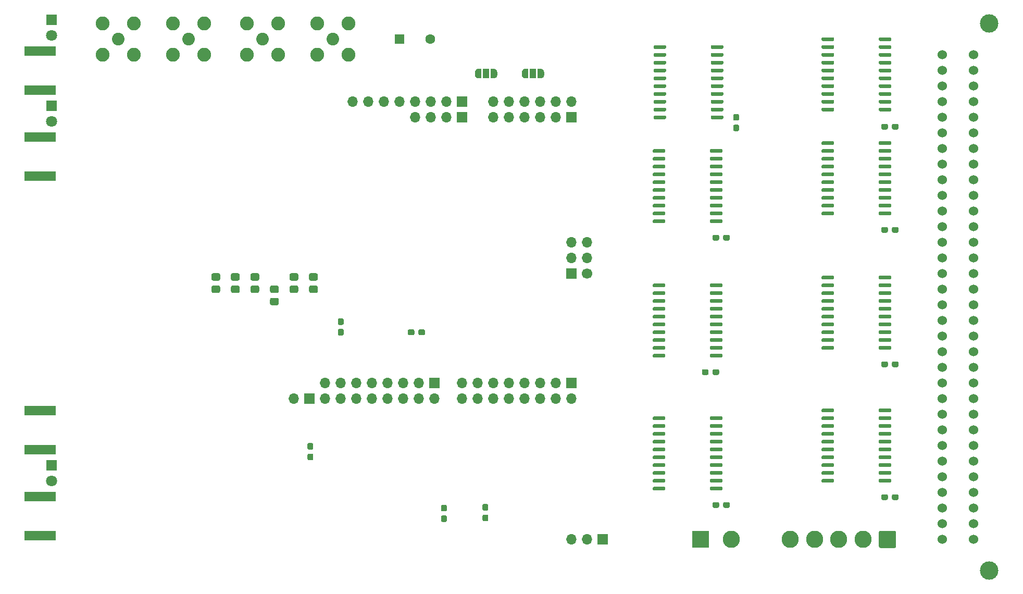
<source format=gbs>
G04 #@! TF.GenerationSoftware,KiCad,Pcbnew,5.1.9-73d0e3b20d~88~ubuntu18.04.1*
G04 #@! TF.CreationDate,2021-03-10T15:05:19+01:00*
G04 #@! TF.ProjectId,FPGA_buffer_board,46504741-5f62-4756-9666-65725f626f61,1.1*
G04 #@! TF.SameCoordinates,Original*
G04 #@! TF.FileFunction,Soldermask,Bot*
G04 #@! TF.FilePolarity,Negative*
%FSLAX46Y46*%
G04 Gerber Fmt 4.6, Leading zero omitted, Abs format (unit mm)*
G04 Created by KiCad (PCBNEW 5.1.9-73d0e3b20d~88~ubuntu18.04.1) date 2021-03-10 15:05:19*
%MOMM*%
%LPD*%
G01*
G04 APERTURE LIST*
%ADD10O,1.700000X1.700000*%
%ADD11R,1.700000X1.700000*%
%ADD12R,1.600000X1.600000*%
%ADD13C,1.600000*%
%ADD14C,2.800000*%
%ADD15R,5.080000X1.500000*%
%ADD16C,0.100000*%
%ADD17R,1.000000X1.500000*%
%ADD18R,2.800000X2.800000*%
%ADD19C,1.700000*%
%ADD20C,1.524000*%
%ADD21C,3.000000*%
%ADD22C,2.050000*%
%ADD23C,2.250000*%
%ADD24R,1.800000X1.800000*%
%ADD25C,1.800000*%
G04 APERTURE END LIST*
D10*
X165735000Y-68580000D03*
X165735000Y-71120000D03*
X168275000Y-68580000D03*
X168275000Y-71120000D03*
X170815000Y-68580000D03*
X170815000Y-71120000D03*
X173355000Y-68580000D03*
X173355000Y-71120000D03*
X175895000Y-68580000D03*
X175895000Y-71120000D03*
X178435000Y-68580000D03*
D11*
X178435000Y-71120000D03*
G36*
G01*
X201110000Y-71270000D02*
X201110000Y-70970000D01*
G75*
G02*
X201260000Y-70820000I150000J0D01*
G01*
X203010000Y-70820000D01*
G75*
G02*
X203160000Y-70970000I0J-150000D01*
G01*
X203160000Y-71270000D01*
G75*
G02*
X203010000Y-71420000I-150000J0D01*
G01*
X201260000Y-71420000D01*
G75*
G02*
X201110000Y-71270000I0J150000D01*
G01*
G37*
G36*
G01*
X201110000Y-70000000D02*
X201110000Y-69700000D01*
G75*
G02*
X201260000Y-69550000I150000J0D01*
G01*
X203010000Y-69550000D01*
G75*
G02*
X203160000Y-69700000I0J-150000D01*
G01*
X203160000Y-70000000D01*
G75*
G02*
X203010000Y-70150000I-150000J0D01*
G01*
X201260000Y-70150000D01*
G75*
G02*
X201110000Y-70000000I0J150000D01*
G01*
G37*
G36*
G01*
X201110000Y-68730000D02*
X201110000Y-68430000D01*
G75*
G02*
X201260000Y-68280000I150000J0D01*
G01*
X203010000Y-68280000D01*
G75*
G02*
X203160000Y-68430000I0J-150000D01*
G01*
X203160000Y-68730000D01*
G75*
G02*
X203010000Y-68880000I-150000J0D01*
G01*
X201260000Y-68880000D01*
G75*
G02*
X201110000Y-68730000I0J150000D01*
G01*
G37*
G36*
G01*
X201110000Y-67460000D02*
X201110000Y-67160000D01*
G75*
G02*
X201260000Y-67010000I150000J0D01*
G01*
X203010000Y-67010000D01*
G75*
G02*
X203160000Y-67160000I0J-150000D01*
G01*
X203160000Y-67460000D01*
G75*
G02*
X203010000Y-67610000I-150000J0D01*
G01*
X201260000Y-67610000D01*
G75*
G02*
X201110000Y-67460000I0J150000D01*
G01*
G37*
G36*
G01*
X201110000Y-66190000D02*
X201110000Y-65890000D01*
G75*
G02*
X201260000Y-65740000I150000J0D01*
G01*
X203010000Y-65740000D01*
G75*
G02*
X203160000Y-65890000I0J-150000D01*
G01*
X203160000Y-66190000D01*
G75*
G02*
X203010000Y-66340000I-150000J0D01*
G01*
X201260000Y-66340000D01*
G75*
G02*
X201110000Y-66190000I0J150000D01*
G01*
G37*
G36*
G01*
X201110000Y-64920000D02*
X201110000Y-64620000D01*
G75*
G02*
X201260000Y-64470000I150000J0D01*
G01*
X203010000Y-64470000D01*
G75*
G02*
X203160000Y-64620000I0J-150000D01*
G01*
X203160000Y-64920000D01*
G75*
G02*
X203010000Y-65070000I-150000J0D01*
G01*
X201260000Y-65070000D01*
G75*
G02*
X201110000Y-64920000I0J150000D01*
G01*
G37*
G36*
G01*
X201110000Y-63650000D02*
X201110000Y-63350000D01*
G75*
G02*
X201260000Y-63200000I150000J0D01*
G01*
X203010000Y-63200000D01*
G75*
G02*
X203160000Y-63350000I0J-150000D01*
G01*
X203160000Y-63650000D01*
G75*
G02*
X203010000Y-63800000I-150000J0D01*
G01*
X201260000Y-63800000D01*
G75*
G02*
X201110000Y-63650000I0J150000D01*
G01*
G37*
G36*
G01*
X201110000Y-62380000D02*
X201110000Y-62080000D01*
G75*
G02*
X201260000Y-61930000I150000J0D01*
G01*
X203010000Y-61930000D01*
G75*
G02*
X203160000Y-62080000I0J-150000D01*
G01*
X203160000Y-62380000D01*
G75*
G02*
X203010000Y-62530000I-150000J0D01*
G01*
X201260000Y-62530000D01*
G75*
G02*
X201110000Y-62380000I0J150000D01*
G01*
G37*
G36*
G01*
X201110000Y-61110000D02*
X201110000Y-60810000D01*
G75*
G02*
X201260000Y-60660000I150000J0D01*
G01*
X203010000Y-60660000D01*
G75*
G02*
X203160000Y-60810000I0J-150000D01*
G01*
X203160000Y-61110000D01*
G75*
G02*
X203010000Y-61260000I-150000J0D01*
G01*
X201260000Y-61260000D01*
G75*
G02*
X201110000Y-61110000I0J150000D01*
G01*
G37*
G36*
G01*
X201110000Y-59840000D02*
X201110000Y-59540000D01*
G75*
G02*
X201260000Y-59390000I150000J0D01*
G01*
X203010000Y-59390000D01*
G75*
G02*
X203160000Y-59540000I0J-150000D01*
G01*
X203160000Y-59840000D01*
G75*
G02*
X203010000Y-59990000I-150000J0D01*
G01*
X201260000Y-59990000D01*
G75*
G02*
X201110000Y-59840000I0J150000D01*
G01*
G37*
G36*
G01*
X191810000Y-59840000D02*
X191810000Y-59540000D01*
G75*
G02*
X191960000Y-59390000I150000J0D01*
G01*
X193710000Y-59390000D01*
G75*
G02*
X193860000Y-59540000I0J-150000D01*
G01*
X193860000Y-59840000D01*
G75*
G02*
X193710000Y-59990000I-150000J0D01*
G01*
X191960000Y-59990000D01*
G75*
G02*
X191810000Y-59840000I0J150000D01*
G01*
G37*
G36*
G01*
X191810000Y-61110000D02*
X191810000Y-60810000D01*
G75*
G02*
X191960000Y-60660000I150000J0D01*
G01*
X193710000Y-60660000D01*
G75*
G02*
X193860000Y-60810000I0J-150000D01*
G01*
X193860000Y-61110000D01*
G75*
G02*
X193710000Y-61260000I-150000J0D01*
G01*
X191960000Y-61260000D01*
G75*
G02*
X191810000Y-61110000I0J150000D01*
G01*
G37*
G36*
G01*
X191810000Y-62380000D02*
X191810000Y-62080000D01*
G75*
G02*
X191960000Y-61930000I150000J0D01*
G01*
X193710000Y-61930000D01*
G75*
G02*
X193860000Y-62080000I0J-150000D01*
G01*
X193860000Y-62380000D01*
G75*
G02*
X193710000Y-62530000I-150000J0D01*
G01*
X191960000Y-62530000D01*
G75*
G02*
X191810000Y-62380000I0J150000D01*
G01*
G37*
G36*
G01*
X191810000Y-63650000D02*
X191810000Y-63350000D01*
G75*
G02*
X191960000Y-63200000I150000J0D01*
G01*
X193710000Y-63200000D01*
G75*
G02*
X193860000Y-63350000I0J-150000D01*
G01*
X193860000Y-63650000D01*
G75*
G02*
X193710000Y-63800000I-150000J0D01*
G01*
X191960000Y-63800000D01*
G75*
G02*
X191810000Y-63650000I0J150000D01*
G01*
G37*
G36*
G01*
X191810000Y-64920000D02*
X191810000Y-64620000D01*
G75*
G02*
X191960000Y-64470000I150000J0D01*
G01*
X193710000Y-64470000D01*
G75*
G02*
X193860000Y-64620000I0J-150000D01*
G01*
X193860000Y-64920000D01*
G75*
G02*
X193710000Y-65070000I-150000J0D01*
G01*
X191960000Y-65070000D01*
G75*
G02*
X191810000Y-64920000I0J150000D01*
G01*
G37*
G36*
G01*
X191810000Y-66190000D02*
X191810000Y-65890000D01*
G75*
G02*
X191960000Y-65740000I150000J0D01*
G01*
X193710000Y-65740000D01*
G75*
G02*
X193860000Y-65890000I0J-150000D01*
G01*
X193860000Y-66190000D01*
G75*
G02*
X193710000Y-66340000I-150000J0D01*
G01*
X191960000Y-66340000D01*
G75*
G02*
X191810000Y-66190000I0J150000D01*
G01*
G37*
G36*
G01*
X191810000Y-67460000D02*
X191810000Y-67160000D01*
G75*
G02*
X191960000Y-67010000I150000J0D01*
G01*
X193710000Y-67010000D01*
G75*
G02*
X193860000Y-67160000I0J-150000D01*
G01*
X193860000Y-67460000D01*
G75*
G02*
X193710000Y-67610000I-150000J0D01*
G01*
X191960000Y-67610000D01*
G75*
G02*
X191810000Y-67460000I0J150000D01*
G01*
G37*
G36*
G01*
X191810000Y-68730000D02*
X191810000Y-68430000D01*
G75*
G02*
X191960000Y-68280000I150000J0D01*
G01*
X193710000Y-68280000D01*
G75*
G02*
X193860000Y-68430000I0J-150000D01*
G01*
X193860000Y-68730000D01*
G75*
G02*
X193710000Y-68880000I-150000J0D01*
G01*
X191960000Y-68880000D01*
G75*
G02*
X191810000Y-68730000I0J150000D01*
G01*
G37*
G36*
G01*
X191810000Y-70000000D02*
X191810000Y-69700000D01*
G75*
G02*
X191960000Y-69550000I150000J0D01*
G01*
X193710000Y-69550000D01*
G75*
G02*
X193860000Y-69700000I0J-150000D01*
G01*
X193860000Y-70000000D01*
G75*
G02*
X193710000Y-70150000I-150000J0D01*
G01*
X191960000Y-70150000D01*
G75*
G02*
X191810000Y-70000000I0J150000D01*
G01*
G37*
G36*
G01*
X191810000Y-71270000D02*
X191810000Y-70970000D01*
G75*
G02*
X191960000Y-70820000I150000J0D01*
G01*
X193710000Y-70820000D01*
G75*
G02*
X193860000Y-70970000I0J-150000D01*
G01*
X193860000Y-71270000D01*
G75*
G02*
X193710000Y-71420000I-150000J0D01*
G01*
X191960000Y-71420000D01*
G75*
G02*
X191810000Y-71270000I0J150000D01*
G01*
G37*
G36*
G01*
X219115000Y-108735000D02*
X219115000Y-108435000D01*
G75*
G02*
X219265000Y-108285000I150000J0D01*
G01*
X221015000Y-108285000D01*
G75*
G02*
X221165000Y-108435000I0J-150000D01*
G01*
X221165000Y-108735000D01*
G75*
G02*
X221015000Y-108885000I-150000J0D01*
G01*
X219265000Y-108885000D01*
G75*
G02*
X219115000Y-108735000I0J150000D01*
G01*
G37*
G36*
G01*
X219115000Y-107465000D02*
X219115000Y-107165000D01*
G75*
G02*
X219265000Y-107015000I150000J0D01*
G01*
X221015000Y-107015000D01*
G75*
G02*
X221165000Y-107165000I0J-150000D01*
G01*
X221165000Y-107465000D01*
G75*
G02*
X221015000Y-107615000I-150000J0D01*
G01*
X219265000Y-107615000D01*
G75*
G02*
X219115000Y-107465000I0J150000D01*
G01*
G37*
G36*
G01*
X219115000Y-106195000D02*
X219115000Y-105895000D01*
G75*
G02*
X219265000Y-105745000I150000J0D01*
G01*
X221015000Y-105745000D01*
G75*
G02*
X221165000Y-105895000I0J-150000D01*
G01*
X221165000Y-106195000D01*
G75*
G02*
X221015000Y-106345000I-150000J0D01*
G01*
X219265000Y-106345000D01*
G75*
G02*
X219115000Y-106195000I0J150000D01*
G01*
G37*
G36*
G01*
X219115000Y-104925000D02*
X219115000Y-104625000D01*
G75*
G02*
X219265000Y-104475000I150000J0D01*
G01*
X221015000Y-104475000D01*
G75*
G02*
X221165000Y-104625000I0J-150000D01*
G01*
X221165000Y-104925000D01*
G75*
G02*
X221015000Y-105075000I-150000J0D01*
G01*
X219265000Y-105075000D01*
G75*
G02*
X219115000Y-104925000I0J150000D01*
G01*
G37*
G36*
G01*
X219115000Y-103655000D02*
X219115000Y-103355000D01*
G75*
G02*
X219265000Y-103205000I150000J0D01*
G01*
X221015000Y-103205000D01*
G75*
G02*
X221165000Y-103355000I0J-150000D01*
G01*
X221165000Y-103655000D01*
G75*
G02*
X221015000Y-103805000I-150000J0D01*
G01*
X219265000Y-103805000D01*
G75*
G02*
X219115000Y-103655000I0J150000D01*
G01*
G37*
G36*
G01*
X219115000Y-102385000D02*
X219115000Y-102085000D01*
G75*
G02*
X219265000Y-101935000I150000J0D01*
G01*
X221015000Y-101935000D01*
G75*
G02*
X221165000Y-102085000I0J-150000D01*
G01*
X221165000Y-102385000D01*
G75*
G02*
X221015000Y-102535000I-150000J0D01*
G01*
X219265000Y-102535000D01*
G75*
G02*
X219115000Y-102385000I0J150000D01*
G01*
G37*
G36*
G01*
X219115000Y-101115000D02*
X219115000Y-100815000D01*
G75*
G02*
X219265000Y-100665000I150000J0D01*
G01*
X221015000Y-100665000D01*
G75*
G02*
X221165000Y-100815000I0J-150000D01*
G01*
X221165000Y-101115000D01*
G75*
G02*
X221015000Y-101265000I-150000J0D01*
G01*
X219265000Y-101265000D01*
G75*
G02*
X219115000Y-101115000I0J150000D01*
G01*
G37*
G36*
G01*
X219115000Y-99845000D02*
X219115000Y-99545000D01*
G75*
G02*
X219265000Y-99395000I150000J0D01*
G01*
X221015000Y-99395000D01*
G75*
G02*
X221165000Y-99545000I0J-150000D01*
G01*
X221165000Y-99845000D01*
G75*
G02*
X221015000Y-99995000I-150000J0D01*
G01*
X219265000Y-99995000D01*
G75*
G02*
X219115000Y-99845000I0J150000D01*
G01*
G37*
G36*
G01*
X219115000Y-98575000D02*
X219115000Y-98275000D01*
G75*
G02*
X219265000Y-98125000I150000J0D01*
G01*
X221015000Y-98125000D01*
G75*
G02*
X221165000Y-98275000I0J-150000D01*
G01*
X221165000Y-98575000D01*
G75*
G02*
X221015000Y-98725000I-150000J0D01*
G01*
X219265000Y-98725000D01*
G75*
G02*
X219115000Y-98575000I0J150000D01*
G01*
G37*
G36*
G01*
X219115000Y-97305000D02*
X219115000Y-97005000D01*
G75*
G02*
X219265000Y-96855000I150000J0D01*
G01*
X221015000Y-96855000D01*
G75*
G02*
X221165000Y-97005000I0J-150000D01*
G01*
X221165000Y-97305000D01*
G75*
G02*
X221015000Y-97455000I-150000J0D01*
G01*
X219265000Y-97455000D01*
G75*
G02*
X219115000Y-97305000I0J150000D01*
G01*
G37*
G36*
G01*
X228415000Y-97305000D02*
X228415000Y-97005000D01*
G75*
G02*
X228565000Y-96855000I150000J0D01*
G01*
X230315000Y-96855000D01*
G75*
G02*
X230465000Y-97005000I0J-150000D01*
G01*
X230465000Y-97305000D01*
G75*
G02*
X230315000Y-97455000I-150000J0D01*
G01*
X228565000Y-97455000D01*
G75*
G02*
X228415000Y-97305000I0J150000D01*
G01*
G37*
G36*
G01*
X228415000Y-98575000D02*
X228415000Y-98275000D01*
G75*
G02*
X228565000Y-98125000I150000J0D01*
G01*
X230315000Y-98125000D01*
G75*
G02*
X230465000Y-98275000I0J-150000D01*
G01*
X230465000Y-98575000D01*
G75*
G02*
X230315000Y-98725000I-150000J0D01*
G01*
X228565000Y-98725000D01*
G75*
G02*
X228415000Y-98575000I0J150000D01*
G01*
G37*
G36*
G01*
X228415000Y-99845000D02*
X228415000Y-99545000D01*
G75*
G02*
X228565000Y-99395000I150000J0D01*
G01*
X230315000Y-99395000D01*
G75*
G02*
X230465000Y-99545000I0J-150000D01*
G01*
X230465000Y-99845000D01*
G75*
G02*
X230315000Y-99995000I-150000J0D01*
G01*
X228565000Y-99995000D01*
G75*
G02*
X228415000Y-99845000I0J150000D01*
G01*
G37*
G36*
G01*
X228415000Y-101115000D02*
X228415000Y-100815000D01*
G75*
G02*
X228565000Y-100665000I150000J0D01*
G01*
X230315000Y-100665000D01*
G75*
G02*
X230465000Y-100815000I0J-150000D01*
G01*
X230465000Y-101115000D01*
G75*
G02*
X230315000Y-101265000I-150000J0D01*
G01*
X228565000Y-101265000D01*
G75*
G02*
X228415000Y-101115000I0J150000D01*
G01*
G37*
G36*
G01*
X228415000Y-102385000D02*
X228415000Y-102085000D01*
G75*
G02*
X228565000Y-101935000I150000J0D01*
G01*
X230315000Y-101935000D01*
G75*
G02*
X230465000Y-102085000I0J-150000D01*
G01*
X230465000Y-102385000D01*
G75*
G02*
X230315000Y-102535000I-150000J0D01*
G01*
X228565000Y-102535000D01*
G75*
G02*
X228415000Y-102385000I0J150000D01*
G01*
G37*
G36*
G01*
X228415000Y-103655000D02*
X228415000Y-103355000D01*
G75*
G02*
X228565000Y-103205000I150000J0D01*
G01*
X230315000Y-103205000D01*
G75*
G02*
X230465000Y-103355000I0J-150000D01*
G01*
X230465000Y-103655000D01*
G75*
G02*
X230315000Y-103805000I-150000J0D01*
G01*
X228565000Y-103805000D01*
G75*
G02*
X228415000Y-103655000I0J150000D01*
G01*
G37*
G36*
G01*
X228415000Y-104925000D02*
X228415000Y-104625000D01*
G75*
G02*
X228565000Y-104475000I150000J0D01*
G01*
X230315000Y-104475000D01*
G75*
G02*
X230465000Y-104625000I0J-150000D01*
G01*
X230465000Y-104925000D01*
G75*
G02*
X230315000Y-105075000I-150000J0D01*
G01*
X228565000Y-105075000D01*
G75*
G02*
X228415000Y-104925000I0J150000D01*
G01*
G37*
G36*
G01*
X228415000Y-106195000D02*
X228415000Y-105895000D01*
G75*
G02*
X228565000Y-105745000I150000J0D01*
G01*
X230315000Y-105745000D01*
G75*
G02*
X230465000Y-105895000I0J-150000D01*
G01*
X230465000Y-106195000D01*
G75*
G02*
X230315000Y-106345000I-150000J0D01*
G01*
X228565000Y-106345000D01*
G75*
G02*
X228415000Y-106195000I0J150000D01*
G01*
G37*
G36*
G01*
X228415000Y-107465000D02*
X228415000Y-107165000D01*
G75*
G02*
X228565000Y-107015000I150000J0D01*
G01*
X230315000Y-107015000D01*
G75*
G02*
X230465000Y-107165000I0J-150000D01*
G01*
X230465000Y-107465000D01*
G75*
G02*
X230315000Y-107615000I-150000J0D01*
G01*
X228565000Y-107615000D01*
G75*
G02*
X228415000Y-107465000I0J150000D01*
G01*
G37*
G36*
G01*
X228415000Y-108735000D02*
X228415000Y-108435000D01*
G75*
G02*
X228565000Y-108285000I150000J0D01*
G01*
X230315000Y-108285000D01*
G75*
G02*
X230465000Y-108435000I0J-150000D01*
G01*
X230465000Y-108735000D01*
G75*
G02*
X230315000Y-108885000I-150000J0D01*
G01*
X228565000Y-108885000D01*
G75*
G02*
X228415000Y-108735000I0J150000D01*
G01*
G37*
G36*
G01*
X219115000Y-130325000D02*
X219115000Y-130025000D01*
G75*
G02*
X219265000Y-129875000I150000J0D01*
G01*
X221015000Y-129875000D01*
G75*
G02*
X221165000Y-130025000I0J-150000D01*
G01*
X221165000Y-130325000D01*
G75*
G02*
X221015000Y-130475000I-150000J0D01*
G01*
X219265000Y-130475000D01*
G75*
G02*
X219115000Y-130325000I0J150000D01*
G01*
G37*
G36*
G01*
X219115000Y-129055000D02*
X219115000Y-128755000D01*
G75*
G02*
X219265000Y-128605000I150000J0D01*
G01*
X221015000Y-128605000D01*
G75*
G02*
X221165000Y-128755000I0J-150000D01*
G01*
X221165000Y-129055000D01*
G75*
G02*
X221015000Y-129205000I-150000J0D01*
G01*
X219265000Y-129205000D01*
G75*
G02*
X219115000Y-129055000I0J150000D01*
G01*
G37*
G36*
G01*
X219115000Y-127785000D02*
X219115000Y-127485000D01*
G75*
G02*
X219265000Y-127335000I150000J0D01*
G01*
X221015000Y-127335000D01*
G75*
G02*
X221165000Y-127485000I0J-150000D01*
G01*
X221165000Y-127785000D01*
G75*
G02*
X221015000Y-127935000I-150000J0D01*
G01*
X219265000Y-127935000D01*
G75*
G02*
X219115000Y-127785000I0J150000D01*
G01*
G37*
G36*
G01*
X219115000Y-126515000D02*
X219115000Y-126215000D01*
G75*
G02*
X219265000Y-126065000I150000J0D01*
G01*
X221015000Y-126065000D01*
G75*
G02*
X221165000Y-126215000I0J-150000D01*
G01*
X221165000Y-126515000D01*
G75*
G02*
X221015000Y-126665000I-150000J0D01*
G01*
X219265000Y-126665000D01*
G75*
G02*
X219115000Y-126515000I0J150000D01*
G01*
G37*
G36*
G01*
X219115000Y-125245000D02*
X219115000Y-124945000D01*
G75*
G02*
X219265000Y-124795000I150000J0D01*
G01*
X221015000Y-124795000D01*
G75*
G02*
X221165000Y-124945000I0J-150000D01*
G01*
X221165000Y-125245000D01*
G75*
G02*
X221015000Y-125395000I-150000J0D01*
G01*
X219265000Y-125395000D01*
G75*
G02*
X219115000Y-125245000I0J150000D01*
G01*
G37*
G36*
G01*
X219115000Y-123975000D02*
X219115000Y-123675000D01*
G75*
G02*
X219265000Y-123525000I150000J0D01*
G01*
X221015000Y-123525000D01*
G75*
G02*
X221165000Y-123675000I0J-150000D01*
G01*
X221165000Y-123975000D01*
G75*
G02*
X221015000Y-124125000I-150000J0D01*
G01*
X219265000Y-124125000D01*
G75*
G02*
X219115000Y-123975000I0J150000D01*
G01*
G37*
G36*
G01*
X219115000Y-122705000D02*
X219115000Y-122405000D01*
G75*
G02*
X219265000Y-122255000I150000J0D01*
G01*
X221015000Y-122255000D01*
G75*
G02*
X221165000Y-122405000I0J-150000D01*
G01*
X221165000Y-122705000D01*
G75*
G02*
X221015000Y-122855000I-150000J0D01*
G01*
X219265000Y-122855000D01*
G75*
G02*
X219115000Y-122705000I0J150000D01*
G01*
G37*
G36*
G01*
X219115000Y-121435000D02*
X219115000Y-121135000D01*
G75*
G02*
X219265000Y-120985000I150000J0D01*
G01*
X221015000Y-120985000D01*
G75*
G02*
X221165000Y-121135000I0J-150000D01*
G01*
X221165000Y-121435000D01*
G75*
G02*
X221015000Y-121585000I-150000J0D01*
G01*
X219265000Y-121585000D01*
G75*
G02*
X219115000Y-121435000I0J150000D01*
G01*
G37*
G36*
G01*
X219115000Y-120165000D02*
X219115000Y-119865000D01*
G75*
G02*
X219265000Y-119715000I150000J0D01*
G01*
X221015000Y-119715000D01*
G75*
G02*
X221165000Y-119865000I0J-150000D01*
G01*
X221165000Y-120165000D01*
G75*
G02*
X221015000Y-120315000I-150000J0D01*
G01*
X219265000Y-120315000D01*
G75*
G02*
X219115000Y-120165000I0J150000D01*
G01*
G37*
G36*
G01*
X219115000Y-118895000D02*
X219115000Y-118595000D01*
G75*
G02*
X219265000Y-118445000I150000J0D01*
G01*
X221015000Y-118445000D01*
G75*
G02*
X221165000Y-118595000I0J-150000D01*
G01*
X221165000Y-118895000D01*
G75*
G02*
X221015000Y-119045000I-150000J0D01*
G01*
X219265000Y-119045000D01*
G75*
G02*
X219115000Y-118895000I0J150000D01*
G01*
G37*
G36*
G01*
X228415000Y-118895000D02*
X228415000Y-118595000D01*
G75*
G02*
X228565000Y-118445000I150000J0D01*
G01*
X230315000Y-118445000D01*
G75*
G02*
X230465000Y-118595000I0J-150000D01*
G01*
X230465000Y-118895000D01*
G75*
G02*
X230315000Y-119045000I-150000J0D01*
G01*
X228565000Y-119045000D01*
G75*
G02*
X228415000Y-118895000I0J150000D01*
G01*
G37*
G36*
G01*
X228415000Y-120165000D02*
X228415000Y-119865000D01*
G75*
G02*
X228565000Y-119715000I150000J0D01*
G01*
X230315000Y-119715000D01*
G75*
G02*
X230465000Y-119865000I0J-150000D01*
G01*
X230465000Y-120165000D01*
G75*
G02*
X230315000Y-120315000I-150000J0D01*
G01*
X228565000Y-120315000D01*
G75*
G02*
X228415000Y-120165000I0J150000D01*
G01*
G37*
G36*
G01*
X228415000Y-121435000D02*
X228415000Y-121135000D01*
G75*
G02*
X228565000Y-120985000I150000J0D01*
G01*
X230315000Y-120985000D01*
G75*
G02*
X230465000Y-121135000I0J-150000D01*
G01*
X230465000Y-121435000D01*
G75*
G02*
X230315000Y-121585000I-150000J0D01*
G01*
X228565000Y-121585000D01*
G75*
G02*
X228415000Y-121435000I0J150000D01*
G01*
G37*
G36*
G01*
X228415000Y-122705000D02*
X228415000Y-122405000D01*
G75*
G02*
X228565000Y-122255000I150000J0D01*
G01*
X230315000Y-122255000D01*
G75*
G02*
X230465000Y-122405000I0J-150000D01*
G01*
X230465000Y-122705000D01*
G75*
G02*
X230315000Y-122855000I-150000J0D01*
G01*
X228565000Y-122855000D01*
G75*
G02*
X228415000Y-122705000I0J150000D01*
G01*
G37*
G36*
G01*
X228415000Y-123975000D02*
X228415000Y-123675000D01*
G75*
G02*
X228565000Y-123525000I150000J0D01*
G01*
X230315000Y-123525000D01*
G75*
G02*
X230465000Y-123675000I0J-150000D01*
G01*
X230465000Y-123975000D01*
G75*
G02*
X230315000Y-124125000I-150000J0D01*
G01*
X228565000Y-124125000D01*
G75*
G02*
X228415000Y-123975000I0J150000D01*
G01*
G37*
G36*
G01*
X228415000Y-125245000D02*
X228415000Y-124945000D01*
G75*
G02*
X228565000Y-124795000I150000J0D01*
G01*
X230315000Y-124795000D01*
G75*
G02*
X230465000Y-124945000I0J-150000D01*
G01*
X230465000Y-125245000D01*
G75*
G02*
X230315000Y-125395000I-150000J0D01*
G01*
X228565000Y-125395000D01*
G75*
G02*
X228415000Y-125245000I0J150000D01*
G01*
G37*
G36*
G01*
X228415000Y-126515000D02*
X228415000Y-126215000D01*
G75*
G02*
X228565000Y-126065000I150000J0D01*
G01*
X230315000Y-126065000D01*
G75*
G02*
X230465000Y-126215000I0J-150000D01*
G01*
X230465000Y-126515000D01*
G75*
G02*
X230315000Y-126665000I-150000J0D01*
G01*
X228565000Y-126665000D01*
G75*
G02*
X228415000Y-126515000I0J150000D01*
G01*
G37*
G36*
G01*
X228415000Y-127785000D02*
X228415000Y-127485000D01*
G75*
G02*
X228565000Y-127335000I150000J0D01*
G01*
X230315000Y-127335000D01*
G75*
G02*
X230465000Y-127485000I0J-150000D01*
G01*
X230465000Y-127785000D01*
G75*
G02*
X230315000Y-127935000I-150000J0D01*
G01*
X228565000Y-127935000D01*
G75*
G02*
X228415000Y-127785000I0J150000D01*
G01*
G37*
G36*
G01*
X228415000Y-129055000D02*
X228415000Y-128755000D01*
G75*
G02*
X228565000Y-128605000I150000J0D01*
G01*
X230315000Y-128605000D01*
G75*
G02*
X230465000Y-128755000I0J-150000D01*
G01*
X230465000Y-129055000D01*
G75*
G02*
X230315000Y-129205000I-150000J0D01*
G01*
X228565000Y-129205000D01*
G75*
G02*
X228415000Y-129055000I0J150000D01*
G01*
G37*
G36*
G01*
X228415000Y-130325000D02*
X228415000Y-130025000D01*
G75*
G02*
X228565000Y-129875000I150000J0D01*
G01*
X230315000Y-129875000D01*
G75*
G02*
X230465000Y-130025000I0J-150000D01*
G01*
X230465000Y-130325000D01*
G75*
G02*
X230315000Y-130475000I-150000J0D01*
G01*
X228565000Y-130475000D01*
G75*
G02*
X228415000Y-130325000I0J150000D01*
G01*
G37*
D12*
X150495000Y-58420000D03*
D13*
X155495000Y-58420000D03*
D11*
X183515000Y-139700000D03*
D10*
X180975000Y-139700000D03*
X178435000Y-139700000D03*
G36*
G01*
X231235000Y-138560400D02*
X231235000Y-140839600D01*
G75*
G02*
X230974600Y-141100000I-260400J0D01*
G01*
X228695400Y-141100000D01*
G75*
G02*
X228435000Y-140839600I0J260400D01*
G01*
X228435000Y-138560400D01*
G75*
G02*
X228695400Y-138300000I260400J0D01*
G01*
X230974600Y-138300000D01*
G75*
G02*
X231235000Y-138560400I0J-260400D01*
G01*
G37*
D14*
X225875000Y-139700000D03*
X221915000Y-139700000D03*
X217955000Y-139700000D03*
X213995000Y-139700000D03*
D15*
X92075000Y-132715000D03*
X92075000Y-139065000D03*
X92075000Y-125095000D03*
X92075000Y-118745000D03*
D16*
G36*
X170912000Y-64757398D02*
G01*
X170887466Y-64757398D01*
X170838635Y-64752588D01*
X170790510Y-64743016D01*
X170743555Y-64728772D01*
X170698222Y-64709995D01*
X170654949Y-64686864D01*
X170614150Y-64659604D01*
X170576221Y-64628476D01*
X170541524Y-64593779D01*
X170510396Y-64555850D01*
X170483136Y-64515051D01*
X170460005Y-64471778D01*
X170441228Y-64426445D01*
X170426984Y-64379490D01*
X170417412Y-64331365D01*
X170412602Y-64282534D01*
X170412602Y-64258000D01*
X170412000Y-64258000D01*
X170412000Y-63758000D01*
X170412602Y-63758000D01*
X170412602Y-63733466D01*
X170417412Y-63684635D01*
X170426984Y-63636510D01*
X170441228Y-63589555D01*
X170460005Y-63544222D01*
X170483136Y-63500949D01*
X170510396Y-63460150D01*
X170541524Y-63422221D01*
X170576221Y-63387524D01*
X170614150Y-63356396D01*
X170654949Y-63329136D01*
X170698222Y-63306005D01*
X170743555Y-63287228D01*
X170790510Y-63272984D01*
X170838635Y-63263412D01*
X170887466Y-63258602D01*
X170912000Y-63258602D01*
X170912000Y-63258000D01*
X171462000Y-63258000D01*
X171462000Y-64758000D01*
X170912000Y-64758000D01*
X170912000Y-64757398D01*
G37*
D17*
X172212000Y-64008000D03*
D16*
G36*
X172962000Y-63258000D02*
G01*
X173512000Y-63258000D01*
X173512000Y-63258602D01*
X173536534Y-63258602D01*
X173585365Y-63263412D01*
X173633490Y-63272984D01*
X173680445Y-63287228D01*
X173725778Y-63306005D01*
X173769051Y-63329136D01*
X173809850Y-63356396D01*
X173847779Y-63387524D01*
X173882476Y-63422221D01*
X173913604Y-63460150D01*
X173940864Y-63500949D01*
X173963995Y-63544222D01*
X173982772Y-63589555D01*
X173997016Y-63636510D01*
X174006588Y-63684635D01*
X174011398Y-63733466D01*
X174011398Y-63758000D01*
X174012000Y-63758000D01*
X174012000Y-64258000D01*
X174011398Y-64258000D01*
X174011398Y-64282534D01*
X174006588Y-64331365D01*
X173997016Y-64379490D01*
X173982772Y-64426445D01*
X173963995Y-64471778D01*
X173940864Y-64515051D01*
X173913604Y-64555850D01*
X173882476Y-64593779D01*
X173847779Y-64628476D01*
X173809850Y-64659604D01*
X173769051Y-64686864D01*
X173725778Y-64709995D01*
X173680445Y-64728772D01*
X173633490Y-64743016D01*
X173585365Y-64752588D01*
X173536534Y-64757398D01*
X173512000Y-64757398D01*
X173512000Y-64758000D01*
X172962000Y-64758000D01*
X172962000Y-63258000D01*
G37*
G36*
G01*
X200983000Y-88161000D02*
X200983000Y-87861000D01*
G75*
G02*
X201133000Y-87711000I150000J0D01*
G01*
X202883000Y-87711000D01*
G75*
G02*
X203033000Y-87861000I0J-150000D01*
G01*
X203033000Y-88161000D01*
G75*
G02*
X202883000Y-88311000I-150000J0D01*
G01*
X201133000Y-88311000D01*
G75*
G02*
X200983000Y-88161000I0J150000D01*
G01*
G37*
G36*
G01*
X200983000Y-86891000D02*
X200983000Y-86591000D01*
G75*
G02*
X201133000Y-86441000I150000J0D01*
G01*
X202883000Y-86441000D01*
G75*
G02*
X203033000Y-86591000I0J-150000D01*
G01*
X203033000Y-86891000D01*
G75*
G02*
X202883000Y-87041000I-150000J0D01*
G01*
X201133000Y-87041000D01*
G75*
G02*
X200983000Y-86891000I0J150000D01*
G01*
G37*
G36*
G01*
X200983000Y-85621000D02*
X200983000Y-85321000D01*
G75*
G02*
X201133000Y-85171000I150000J0D01*
G01*
X202883000Y-85171000D01*
G75*
G02*
X203033000Y-85321000I0J-150000D01*
G01*
X203033000Y-85621000D01*
G75*
G02*
X202883000Y-85771000I-150000J0D01*
G01*
X201133000Y-85771000D01*
G75*
G02*
X200983000Y-85621000I0J150000D01*
G01*
G37*
G36*
G01*
X200983000Y-84351000D02*
X200983000Y-84051000D01*
G75*
G02*
X201133000Y-83901000I150000J0D01*
G01*
X202883000Y-83901000D01*
G75*
G02*
X203033000Y-84051000I0J-150000D01*
G01*
X203033000Y-84351000D01*
G75*
G02*
X202883000Y-84501000I-150000J0D01*
G01*
X201133000Y-84501000D01*
G75*
G02*
X200983000Y-84351000I0J150000D01*
G01*
G37*
G36*
G01*
X200983000Y-83081000D02*
X200983000Y-82781000D01*
G75*
G02*
X201133000Y-82631000I150000J0D01*
G01*
X202883000Y-82631000D01*
G75*
G02*
X203033000Y-82781000I0J-150000D01*
G01*
X203033000Y-83081000D01*
G75*
G02*
X202883000Y-83231000I-150000J0D01*
G01*
X201133000Y-83231000D01*
G75*
G02*
X200983000Y-83081000I0J150000D01*
G01*
G37*
G36*
G01*
X200983000Y-81811000D02*
X200983000Y-81511000D01*
G75*
G02*
X201133000Y-81361000I150000J0D01*
G01*
X202883000Y-81361000D01*
G75*
G02*
X203033000Y-81511000I0J-150000D01*
G01*
X203033000Y-81811000D01*
G75*
G02*
X202883000Y-81961000I-150000J0D01*
G01*
X201133000Y-81961000D01*
G75*
G02*
X200983000Y-81811000I0J150000D01*
G01*
G37*
G36*
G01*
X200983000Y-80541000D02*
X200983000Y-80241000D01*
G75*
G02*
X201133000Y-80091000I150000J0D01*
G01*
X202883000Y-80091000D01*
G75*
G02*
X203033000Y-80241000I0J-150000D01*
G01*
X203033000Y-80541000D01*
G75*
G02*
X202883000Y-80691000I-150000J0D01*
G01*
X201133000Y-80691000D01*
G75*
G02*
X200983000Y-80541000I0J150000D01*
G01*
G37*
G36*
G01*
X200983000Y-79271000D02*
X200983000Y-78971000D01*
G75*
G02*
X201133000Y-78821000I150000J0D01*
G01*
X202883000Y-78821000D01*
G75*
G02*
X203033000Y-78971000I0J-150000D01*
G01*
X203033000Y-79271000D01*
G75*
G02*
X202883000Y-79421000I-150000J0D01*
G01*
X201133000Y-79421000D01*
G75*
G02*
X200983000Y-79271000I0J150000D01*
G01*
G37*
G36*
G01*
X200983000Y-78001000D02*
X200983000Y-77701000D01*
G75*
G02*
X201133000Y-77551000I150000J0D01*
G01*
X202883000Y-77551000D01*
G75*
G02*
X203033000Y-77701000I0J-150000D01*
G01*
X203033000Y-78001000D01*
G75*
G02*
X202883000Y-78151000I-150000J0D01*
G01*
X201133000Y-78151000D01*
G75*
G02*
X200983000Y-78001000I0J150000D01*
G01*
G37*
G36*
G01*
X200983000Y-76731000D02*
X200983000Y-76431000D01*
G75*
G02*
X201133000Y-76281000I150000J0D01*
G01*
X202883000Y-76281000D01*
G75*
G02*
X203033000Y-76431000I0J-150000D01*
G01*
X203033000Y-76731000D01*
G75*
G02*
X202883000Y-76881000I-150000J0D01*
G01*
X201133000Y-76881000D01*
G75*
G02*
X200983000Y-76731000I0J150000D01*
G01*
G37*
G36*
G01*
X191683000Y-76731000D02*
X191683000Y-76431000D01*
G75*
G02*
X191833000Y-76281000I150000J0D01*
G01*
X193583000Y-76281000D01*
G75*
G02*
X193733000Y-76431000I0J-150000D01*
G01*
X193733000Y-76731000D01*
G75*
G02*
X193583000Y-76881000I-150000J0D01*
G01*
X191833000Y-76881000D01*
G75*
G02*
X191683000Y-76731000I0J150000D01*
G01*
G37*
G36*
G01*
X191683000Y-78001000D02*
X191683000Y-77701000D01*
G75*
G02*
X191833000Y-77551000I150000J0D01*
G01*
X193583000Y-77551000D01*
G75*
G02*
X193733000Y-77701000I0J-150000D01*
G01*
X193733000Y-78001000D01*
G75*
G02*
X193583000Y-78151000I-150000J0D01*
G01*
X191833000Y-78151000D01*
G75*
G02*
X191683000Y-78001000I0J150000D01*
G01*
G37*
G36*
G01*
X191683000Y-79271000D02*
X191683000Y-78971000D01*
G75*
G02*
X191833000Y-78821000I150000J0D01*
G01*
X193583000Y-78821000D01*
G75*
G02*
X193733000Y-78971000I0J-150000D01*
G01*
X193733000Y-79271000D01*
G75*
G02*
X193583000Y-79421000I-150000J0D01*
G01*
X191833000Y-79421000D01*
G75*
G02*
X191683000Y-79271000I0J150000D01*
G01*
G37*
G36*
G01*
X191683000Y-80541000D02*
X191683000Y-80241000D01*
G75*
G02*
X191833000Y-80091000I150000J0D01*
G01*
X193583000Y-80091000D01*
G75*
G02*
X193733000Y-80241000I0J-150000D01*
G01*
X193733000Y-80541000D01*
G75*
G02*
X193583000Y-80691000I-150000J0D01*
G01*
X191833000Y-80691000D01*
G75*
G02*
X191683000Y-80541000I0J150000D01*
G01*
G37*
G36*
G01*
X191683000Y-81811000D02*
X191683000Y-81511000D01*
G75*
G02*
X191833000Y-81361000I150000J0D01*
G01*
X193583000Y-81361000D01*
G75*
G02*
X193733000Y-81511000I0J-150000D01*
G01*
X193733000Y-81811000D01*
G75*
G02*
X193583000Y-81961000I-150000J0D01*
G01*
X191833000Y-81961000D01*
G75*
G02*
X191683000Y-81811000I0J150000D01*
G01*
G37*
G36*
G01*
X191683000Y-83081000D02*
X191683000Y-82781000D01*
G75*
G02*
X191833000Y-82631000I150000J0D01*
G01*
X193583000Y-82631000D01*
G75*
G02*
X193733000Y-82781000I0J-150000D01*
G01*
X193733000Y-83081000D01*
G75*
G02*
X193583000Y-83231000I-150000J0D01*
G01*
X191833000Y-83231000D01*
G75*
G02*
X191683000Y-83081000I0J150000D01*
G01*
G37*
G36*
G01*
X191683000Y-84351000D02*
X191683000Y-84051000D01*
G75*
G02*
X191833000Y-83901000I150000J0D01*
G01*
X193583000Y-83901000D01*
G75*
G02*
X193733000Y-84051000I0J-150000D01*
G01*
X193733000Y-84351000D01*
G75*
G02*
X193583000Y-84501000I-150000J0D01*
G01*
X191833000Y-84501000D01*
G75*
G02*
X191683000Y-84351000I0J150000D01*
G01*
G37*
G36*
G01*
X191683000Y-85621000D02*
X191683000Y-85321000D01*
G75*
G02*
X191833000Y-85171000I150000J0D01*
G01*
X193583000Y-85171000D01*
G75*
G02*
X193733000Y-85321000I0J-150000D01*
G01*
X193733000Y-85621000D01*
G75*
G02*
X193583000Y-85771000I-150000J0D01*
G01*
X191833000Y-85771000D01*
G75*
G02*
X191683000Y-85621000I0J150000D01*
G01*
G37*
G36*
G01*
X191683000Y-86891000D02*
X191683000Y-86591000D01*
G75*
G02*
X191833000Y-86441000I150000J0D01*
G01*
X193583000Y-86441000D01*
G75*
G02*
X193733000Y-86591000I0J-150000D01*
G01*
X193733000Y-86891000D01*
G75*
G02*
X193583000Y-87041000I-150000J0D01*
G01*
X191833000Y-87041000D01*
G75*
G02*
X191683000Y-86891000I0J150000D01*
G01*
G37*
G36*
G01*
X191683000Y-88161000D02*
X191683000Y-87861000D01*
G75*
G02*
X191833000Y-87711000I150000J0D01*
G01*
X193583000Y-87711000D01*
G75*
G02*
X193733000Y-87861000I0J-150000D01*
G01*
X193733000Y-88161000D01*
G75*
G02*
X193583000Y-88311000I-150000J0D01*
G01*
X191833000Y-88311000D01*
G75*
G02*
X191683000Y-88161000I0J150000D01*
G01*
G37*
G36*
G01*
X191683000Y-110005000D02*
X191683000Y-109705000D01*
G75*
G02*
X191833000Y-109555000I150000J0D01*
G01*
X193583000Y-109555000D01*
G75*
G02*
X193733000Y-109705000I0J-150000D01*
G01*
X193733000Y-110005000D01*
G75*
G02*
X193583000Y-110155000I-150000J0D01*
G01*
X191833000Y-110155000D01*
G75*
G02*
X191683000Y-110005000I0J150000D01*
G01*
G37*
G36*
G01*
X191683000Y-108735000D02*
X191683000Y-108435000D01*
G75*
G02*
X191833000Y-108285000I150000J0D01*
G01*
X193583000Y-108285000D01*
G75*
G02*
X193733000Y-108435000I0J-150000D01*
G01*
X193733000Y-108735000D01*
G75*
G02*
X193583000Y-108885000I-150000J0D01*
G01*
X191833000Y-108885000D01*
G75*
G02*
X191683000Y-108735000I0J150000D01*
G01*
G37*
G36*
G01*
X191683000Y-107465000D02*
X191683000Y-107165000D01*
G75*
G02*
X191833000Y-107015000I150000J0D01*
G01*
X193583000Y-107015000D01*
G75*
G02*
X193733000Y-107165000I0J-150000D01*
G01*
X193733000Y-107465000D01*
G75*
G02*
X193583000Y-107615000I-150000J0D01*
G01*
X191833000Y-107615000D01*
G75*
G02*
X191683000Y-107465000I0J150000D01*
G01*
G37*
G36*
G01*
X191683000Y-106195000D02*
X191683000Y-105895000D01*
G75*
G02*
X191833000Y-105745000I150000J0D01*
G01*
X193583000Y-105745000D01*
G75*
G02*
X193733000Y-105895000I0J-150000D01*
G01*
X193733000Y-106195000D01*
G75*
G02*
X193583000Y-106345000I-150000J0D01*
G01*
X191833000Y-106345000D01*
G75*
G02*
X191683000Y-106195000I0J150000D01*
G01*
G37*
G36*
G01*
X191683000Y-104925000D02*
X191683000Y-104625000D01*
G75*
G02*
X191833000Y-104475000I150000J0D01*
G01*
X193583000Y-104475000D01*
G75*
G02*
X193733000Y-104625000I0J-150000D01*
G01*
X193733000Y-104925000D01*
G75*
G02*
X193583000Y-105075000I-150000J0D01*
G01*
X191833000Y-105075000D01*
G75*
G02*
X191683000Y-104925000I0J150000D01*
G01*
G37*
G36*
G01*
X191683000Y-103655000D02*
X191683000Y-103355000D01*
G75*
G02*
X191833000Y-103205000I150000J0D01*
G01*
X193583000Y-103205000D01*
G75*
G02*
X193733000Y-103355000I0J-150000D01*
G01*
X193733000Y-103655000D01*
G75*
G02*
X193583000Y-103805000I-150000J0D01*
G01*
X191833000Y-103805000D01*
G75*
G02*
X191683000Y-103655000I0J150000D01*
G01*
G37*
G36*
G01*
X191683000Y-102385000D02*
X191683000Y-102085000D01*
G75*
G02*
X191833000Y-101935000I150000J0D01*
G01*
X193583000Y-101935000D01*
G75*
G02*
X193733000Y-102085000I0J-150000D01*
G01*
X193733000Y-102385000D01*
G75*
G02*
X193583000Y-102535000I-150000J0D01*
G01*
X191833000Y-102535000D01*
G75*
G02*
X191683000Y-102385000I0J150000D01*
G01*
G37*
G36*
G01*
X191683000Y-101115000D02*
X191683000Y-100815000D01*
G75*
G02*
X191833000Y-100665000I150000J0D01*
G01*
X193583000Y-100665000D01*
G75*
G02*
X193733000Y-100815000I0J-150000D01*
G01*
X193733000Y-101115000D01*
G75*
G02*
X193583000Y-101265000I-150000J0D01*
G01*
X191833000Y-101265000D01*
G75*
G02*
X191683000Y-101115000I0J150000D01*
G01*
G37*
G36*
G01*
X191683000Y-99845000D02*
X191683000Y-99545000D01*
G75*
G02*
X191833000Y-99395000I150000J0D01*
G01*
X193583000Y-99395000D01*
G75*
G02*
X193733000Y-99545000I0J-150000D01*
G01*
X193733000Y-99845000D01*
G75*
G02*
X193583000Y-99995000I-150000J0D01*
G01*
X191833000Y-99995000D01*
G75*
G02*
X191683000Y-99845000I0J150000D01*
G01*
G37*
G36*
G01*
X191683000Y-98575000D02*
X191683000Y-98275000D01*
G75*
G02*
X191833000Y-98125000I150000J0D01*
G01*
X193583000Y-98125000D01*
G75*
G02*
X193733000Y-98275000I0J-150000D01*
G01*
X193733000Y-98575000D01*
G75*
G02*
X193583000Y-98725000I-150000J0D01*
G01*
X191833000Y-98725000D01*
G75*
G02*
X191683000Y-98575000I0J150000D01*
G01*
G37*
G36*
G01*
X200983000Y-98575000D02*
X200983000Y-98275000D01*
G75*
G02*
X201133000Y-98125000I150000J0D01*
G01*
X202883000Y-98125000D01*
G75*
G02*
X203033000Y-98275000I0J-150000D01*
G01*
X203033000Y-98575000D01*
G75*
G02*
X202883000Y-98725000I-150000J0D01*
G01*
X201133000Y-98725000D01*
G75*
G02*
X200983000Y-98575000I0J150000D01*
G01*
G37*
G36*
G01*
X200983000Y-99845000D02*
X200983000Y-99545000D01*
G75*
G02*
X201133000Y-99395000I150000J0D01*
G01*
X202883000Y-99395000D01*
G75*
G02*
X203033000Y-99545000I0J-150000D01*
G01*
X203033000Y-99845000D01*
G75*
G02*
X202883000Y-99995000I-150000J0D01*
G01*
X201133000Y-99995000D01*
G75*
G02*
X200983000Y-99845000I0J150000D01*
G01*
G37*
G36*
G01*
X200983000Y-101115000D02*
X200983000Y-100815000D01*
G75*
G02*
X201133000Y-100665000I150000J0D01*
G01*
X202883000Y-100665000D01*
G75*
G02*
X203033000Y-100815000I0J-150000D01*
G01*
X203033000Y-101115000D01*
G75*
G02*
X202883000Y-101265000I-150000J0D01*
G01*
X201133000Y-101265000D01*
G75*
G02*
X200983000Y-101115000I0J150000D01*
G01*
G37*
G36*
G01*
X200983000Y-102385000D02*
X200983000Y-102085000D01*
G75*
G02*
X201133000Y-101935000I150000J0D01*
G01*
X202883000Y-101935000D01*
G75*
G02*
X203033000Y-102085000I0J-150000D01*
G01*
X203033000Y-102385000D01*
G75*
G02*
X202883000Y-102535000I-150000J0D01*
G01*
X201133000Y-102535000D01*
G75*
G02*
X200983000Y-102385000I0J150000D01*
G01*
G37*
G36*
G01*
X200983000Y-103655000D02*
X200983000Y-103355000D01*
G75*
G02*
X201133000Y-103205000I150000J0D01*
G01*
X202883000Y-103205000D01*
G75*
G02*
X203033000Y-103355000I0J-150000D01*
G01*
X203033000Y-103655000D01*
G75*
G02*
X202883000Y-103805000I-150000J0D01*
G01*
X201133000Y-103805000D01*
G75*
G02*
X200983000Y-103655000I0J150000D01*
G01*
G37*
G36*
G01*
X200983000Y-104925000D02*
X200983000Y-104625000D01*
G75*
G02*
X201133000Y-104475000I150000J0D01*
G01*
X202883000Y-104475000D01*
G75*
G02*
X203033000Y-104625000I0J-150000D01*
G01*
X203033000Y-104925000D01*
G75*
G02*
X202883000Y-105075000I-150000J0D01*
G01*
X201133000Y-105075000D01*
G75*
G02*
X200983000Y-104925000I0J150000D01*
G01*
G37*
G36*
G01*
X200983000Y-106195000D02*
X200983000Y-105895000D01*
G75*
G02*
X201133000Y-105745000I150000J0D01*
G01*
X202883000Y-105745000D01*
G75*
G02*
X203033000Y-105895000I0J-150000D01*
G01*
X203033000Y-106195000D01*
G75*
G02*
X202883000Y-106345000I-150000J0D01*
G01*
X201133000Y-106345000D01*
G75*
G02*
X200983000Y-106195000I0J150000D01*
G01*
G37*
G36*
G01*
X200983000Y-107465000D02*
X200983000Y-107165000D01*
G75*
G02*
X201133000Y-107015000I150000J0D01*
G01*
X202883000Y-107015000D01*
G75*
G02*
X203033000Y-107165000I0J-150000D01*
G01*
X203033000Y-107465000D01*
G75*
G02*
X202883000Y-107615000I-150000J0D01*
G01*
X201133000Y-107615000D01*
G75*
G02*
X200983000Y-107465000I0J150000D01*
G01*
G37*
G36*
G01*
X200983000Y-108735000D02*
X200983000Y-108435000D01*
G75*
G02*
X201133000Y-108285000I150000J0D01*
G01*
X202883000Y-108285000D01*
G75*
G02*
X203033000Y-108435000I0J-150000D01*
G01*
X203033000Y-108735000D01*
G75*
G02*
X202883000Y-108885000I-150000J0D01*
G01*
X201133000Y-108885000D01*
G75*
G02*
X200983000Y-108735000I0J150000D01*
G01*
G37*
G36*
G01*
X200983000Y-110005000D02*
X200983000Y-109705000D01*
G75*
G02*
X201133000Y-109555000I150000J0D01*
G01*
X202883000Y-109555000D01*
G75*
G02*
X203033000Y-109705000I0J-150000D01*
G01*
X203033000Y-110005000D01*
G75*
G02*
X202883000Y-110155000I-150000J0D01*
G01*
X201133000Y-110155000D01*
G75*
G02*
X200983000Y-110005000I0J150000D01*
G01*
G37*
G36*
G01*
X191683000Y-131595000D02*
X191683000Y-131295000D01*
G75*
G02*
X191833000Y-131145000I150000J0D01*
G01*
X193583000Y-131145000D01*
G75*
G02*
X193733000Y-131295000I0J-150000D01*
G01*
X193733000Y-131595000D01*
G75*
G02*
X193583000Y-131745000I-150000J0D01*
G01*
X191833000Y-131745000D01*
G75*
G02*
X191683000Y-131595000I0J150000D01*
G01*
G37*
G36*
G01*
X191683000Y-130325000D02*
X191683000Y-130025000D01*
G75*
G02*
X191833000Y-129875000I150000J0D01*
G01*
X193583000Y-129875000D01*
G75*
G02*
X193733000Y-130025000I0J-150000D01*
G01*
X193733000Y-130325000D01*
G75*
G02*
X193583000Y-130475000I-150000J0D01*
G01*
X191833000Y-130475000D01*
G75*
G02*
X191683000Y-130325000I0J150000D01*
G01*
G37*
G36*
G01*
X191683000Y-129055000D02*
X191683000Y-128755000D01*
G75*
G02*
X191833000Y-128605000I150000J0D01*
G01*
X193583000Y-128605000D01*
G75*
G02*
X193733000Y-128755000I0J-150000D01*
G01*
X193733000Y-129055000D01*
G75*
G02*
X193583000Y-129205000I-150000J0D01*
G01*
X191833000Y-129205000D01*
G75*
G02*
X191683000Y-129055000I0J150000D01*
G01*
G37*
G36*
G01*
X191683000Y-127785000D02*
X191683000Y-127485000D01*
G75*
G02*
X191833000Y-127335000I150000J0D01*
G01*
X193583000Y-127335000D01*
G75*
G02*
X193733000Y-127485000I0J-150000D01*
G01*
X193733000Y-127785000D01*
G75*
G02*
X193583000Y-127935000I-150000J0D01*
G01*
X191833000Y-127935000D01*
G75*
G02*
X191683000Y-127785000I0J150000D01*
G01*
G37*
G36*
G01*
X191683000Y-126515000D02*
X191683000Y-126215000D01*
G75*
G02*
X191833000Y-126065000I150000J0D01*
G01*
X193583000Y-126065000D01*
G75*
G02*
X193733000Y-126215000I0J-150000D01*
G01*
X193733000Y-126515000D01*
G75*
G02*
X193583000Y-126665000I-150000J0D01*
G01*
X191833000Y-126665000D01*
G75*
G02*
X191683000Y-126515000I0J150000D01*
G01*
G37*
G36*
G01*
X191683000Y-125245000D02*
X191683000Y-124945000D01*
G75*
G02*
X191833000Y-124795000I150000J0D01*
G01*
X193583000Y-124795000D01*
G75*
G02*
X193733000Y-124945000I0J-150000D01*
G01*
X193733000Y-125245000D01*
G75*
G02*
X193583000Y-125395000I-150000J0D01*
G01*
X191833000Y-125395000D01*
G75*
G02*
X191683000Y-125245000I0J150000D01*
G01*
G37*
G36*
G01*
X191683000Y-123975000D02*
X191683000Y-123675000D01*
G75*
G02*
X191833000Y-123525000I150000J0D01*
G01*
X193583000Y-123525000D01*
G75*
G02*
X193733000Y-123675000I0J-150000D01*
G01*
X193733000Y-123975000D01*
G75*
G02*
X193583000Y-124125000I-150000J0D01*
G01*
X191833000Y-124125000D01*
G75*
G02*
X191683000Y-123975000I0J150000D01*
G01*
G37*
G36*
G01*
X191683000Y-122705000D02*
X191683000Y-122405000D01*
G75*
G02*
X191833000Y-122255000I150000J0D01*
G01*
X193583000Y-122255000D01*
G75*
G02*
X193733000Y-122405000I0J-150000D01*
G01*
X193733000Y-122705000D01*
G75*
G02*
X193583000Y-122855000I-150000J0D01*
G01*
X191833000Y-122855000D01*
G75*
G02*
X191683000Y-122705000I0J150000D01*
G01*
G37*
G36*
G01*
X191683000Y-121435000D02*
X191683000Y-121135000D01*
G75*
G02*
X191833000Y-120985000I150000J0D01*
G01*
X193583000Y-120985000D01*
G75*
G02*
X193733000Y-121135000I0J-150000D01*
G01*
X193733000Y-121435000D01*
G75*
G02*
X193583000Y-121585000I-150000J0D01*
G01*
X191833000Y-121585000D01*
G75*
G02*
X191683000Y-121435000I0J150000D01*
G01*
G37*
G36*
G01*
X191683000Y-120165000D02*
X191683000Y-119865000D01*
G75*
G02*
X191833000Y-119715000I150000J0D01*
G01*
X193583000Y-119715000D01*
G75*
G02*
X193733000Y-119865000I0J-150000D01*
G01*
X193733000Y-120165000D01*
G75*
G02*
X193583000Y-120315000I-150000J0D01*
G01*
X191833000Y-120315000D01*
G75*
G02*
X191683000Y-120165000I0J150000D01*
G01*
G37*
G36*
G01*
X200983000Y-120165000D02*
X200983000Y-119865000D01*
G75*
G02*
X201133000Y-119715000I150000J0D01*
G01*
X202883000Y-119715000D01*
G75*
G02*
X203033000Y-119865000I0J-150000D01*
G01*
X203033000Y-120165000D01*
G75*
G02*
X202883000Y-120315000I-150000J0D01*
G01*
X201133000Y-120315000D01*
G75*
G02*
X200983000Y-120165000I0J150000D01*
G01*
G37*
G36*
G01*
X200983000Y-121435000D02*
X200983000Y-121135000D01*
G75*
G02*
X201133000Y-120985000I150000J0D01*
G01*
X202883000Y-120985000D01*
G75*
G02*
X203033000Y-121135000I0J-150000D01*
G01*
X203033000Y-121435000D01*
G75*
G02*
X202883000Y-121585000I-150000J0D01*
G01*
X201133000Y-121585000D01*
G75*
G02*
X200983000Y-121435000I0J150000D01*
G01*
G37*
G36*
G01*
X200983000Y-122705000D02*
X200983000Y-122405000D01*
G75*
G02*
X201133000Y-122255000I150000J0D01*
G01*
X202883000Y-122255000D01*
G75*
G02*
X203033000Y-122405000I0J-150000D01*
G01*
X203033000Y-122705000D01*
G75*
G02*
X202883000Y-122855000I-150000J0D01*
G01*
X201133000Y-122855000D01*
G75*
G02*
X200983000Y-122705000I0J150000D01*
G01*
G37*
G36*
G01*
X200983000Y-123975000D02*
X200983000Y-123675000D01*
G75*
G02*
X201133000Y-123525000I150000J0D01*
G01*
X202883000Y-123525000D01*
G75*
G02*
X203033000Y-123675000I0J-150000D01*
G01*
X203033000Y-123975000D01*
G75*
G02*
X202883000Y-124125000I-150000J0D01*
G01*
X201133000Y-124125000D01*
G75*
G02*
X200983000Y-123975000I0J150000D01*
G01*
G37*
G36*
G01*
X200983000Y-125245000D02*
X200983000Y-124945000D01*
G75*
G02*
X201133000Y-124795000I150000J0D01*
G01*
X202883000Y-124795000D01*
G75*
G02*
X203033000Y-124945000I0J-150000D01*
G01*
X203033000Y-125245000D01*
G75*
G02*
X202883000Y-125395000I-150000J0D01*
G01*
X201133000Y-125395000D01*
G75*
G02*
X200983000Y-125245000I0J150000D01*
G01*
G37*
G36*
G01*
X200983000Y-126515000D02*
X200983000Y-126215000D01*
G75*
G02*
X201133000Y-126065000I150000J0D01*
G01*
X202883000Y-126065000D01*
G75*
G02*
X203033000Y-126215000I0J-150000D01*
G01*
X203033000Y-126515000D01*
G75*
G02*
X202883000Y-126665000I-150000J0D01*
G01*
X201133000Y-126665000D01*
G75*
G02*
X200983000Y-126515000I0J150000D01*
G01*
G37*
G36*
G01*
X200983000Y-127785000D02*
X200983000Y-127485000D01*
G75*
G02*
X201133000Y-127335000I150000J0D01*
G01*
X202883000Y-127335000D01*
G75*
G02*
X203033000Y-127485000I0J-150000D01*
G01*
X203033000Y-127785000D01*
G75*
G02*
X202883000Y-127935000I-150000J0D01*
G01*
X201133000Y-127935000D01*
G75*
G02*
X200983000Y-127785000I0J150000D01*
G01*
G37*
G36*
G01*
X200983000Y-129055000D02*
X200983000Y-128755000D01*
G75*
G02*
X201133000Y-128605000I150000J0D01*
G01*
X202883000Y-128605000D01*
G75*
G02*
X203033000Y-128755000I0J-150000D01*
G01*
X203033000Y-129055000D01*
G75*
G02*
X202883000Y-129205000I-150000J0D01*
G01*
X201133000Y-129205000D01*
G75*
G02*
X200983000Y-129055000I0J150000D01*
G01*
G37*
G36*
G01*
X200983000Y-130325000D02*
X200983000Y-130025000D01*
G75*
G02*
X201133000Y-129875000I150000J0D01*
G01*
X202883000Y-129875000D01*
G75*
G02*
X203033000Y-130025000I0J-150000D01*
G01*
X203033000Y-130325000D01*
G75*
G02*
X202883000Y-130475000I-150000J0D01*
G01*
X201133000Y-130475000D01*
G75*
G02*
X200983000Y-130325000I0J150000D01*
G01*
G37*
G36*
G01*
X200983000Y-131595000D02*
X200983000Y-131295000D01*
G75*
G02*
X201133000Y-131145000I150000J0D01*
G01*
X202883000Y-131145000D01*
G75*
G02*
X203033000Y-131295000I0J-150000D01*
G01*
X203033000Y-131595000D01*
G75*
G02*
X202883000Y-131745000I-150000J0D01*
G01*
X201133000Y-131745000D01*
G75*
G02*
X200983000Y-131595000I0J150000D01*
G01*
G37*
G36*
X163842000Y-64758000D02*
G01*
X163292000Y-64758000D01*
X163292000Y-64757398D01*
X163267466Y-64757398D01*
X163218635Y-64752588D01*
X163170510Y-64743016D01*
X163123555Y-64728772D01*
X163078222Y-64709995D01*
X163034949Y-64686864D01*
X162994150Y-64659604D01*
X162956221Y-64628476D01*
X162921524Y-64593779D01*
X162890396Y-64555850D01*
X162863136Y-64515051D01*
X162840005Y-64471778D01*
X162821228Y-64426445D01*
X162806984Y-64379490D01*
X162797412Y-64331365D01*
X162792602Y-64282534D01*
X162792602Y-64258000D01*
X162792000Y-64258000D01*
X162792000Y-63758000D01*
X162792602Y-63758000D01*
X162792602Y-63733466D01*
X162797412Y-63684635D01*
X162806984Y-63636510D01*
X162821228Y-63589555D01*
X162840005Y-63544222D01*
X162863136Y-63500949D01*
X162890396Y-63460150D01*
X162921524Y-63422221D01*
X162956221Y-63387524D01*
X162994150Y-63356396D01*
X163034949Y-63329136D01*
X163078222Y-63306005D01*
X163123555Y-63287228D01*
X163170510Y-63272984D01*
X163218635Y-63263412D01*
X163267466Y-63258602D01*
X163292000Y-63258602D01*
X163292000Y-63258000D01*
X163842000Y-63258000D01*
X163842000Y-64758000D01*
G37*
D17*
X164592000Y-64008000D03*
D16*
G36*
X165892000Y-63258602D02*
G01*
X165916534Y-63258602D01*
X165965365Y-63263412D01*
X166013490Y-63272984D01*
X166060445Y-63287228D01*
X166105778Y-63306005D01*
X166149051Y-63329136D01*
X166189850Y-63356396D01*
X166227779Y-63387524D01*
X166262476Y-63422221D01*
X166293604Y-63460150D01*
X166320864Y-63500949D01*
X166343995Y-63544222D01*
X166362772Y-63589555D01*
X166377016Y-63636510D01*
X166386588Y-63684635D01*
X166391398Y-63733466D01*
X166391398Y-63758000D01*
X166392000Y-63758000D01*
X166392000Y-64258000D01*
X166391398Y-64258000D01*
X166391398Y-64282534D01*
X166386588Y-64331365D01*
X166377016Y-64379490D01*
X166362772Y-64426445D01*
X166343995Y-64471778D01*
X166320864Y-64515051D01*
X166293604Y-64555850D01*
X166262476Y-64593779D01*
X166227779Y-64628476D01*
X166189850Y-64659604D01*
X166149051Y-64686864D01*
X166105778Y-64709995D01*
X166060445Y-64728772D01*
X166013490Y-64743016D01*
X165965365Y-64752588D01*
X165916534Y-64757398D01*
X165892000Y-64757398D01*
X165892000Y-64758000D01*
X165342000Y-64758000D01*
X165342000Y-63258000D01*
X165892000Y-63258000D01*
X165892000Y-63258602D01*
G37*
G36*
G01*
X228415000Y-86891000D02*
X228415000Y-86591000D01*
G75*
G02*
X228565000Y-86441000I150000J0D01*
G01*
X230315000Y-86441000D01*
G75*
G02*
X230465000Y-86591000I0J-150000D01*
G01*
X230465000Y-86891000D01*
G75*
G02*
X230315000Y-87041000I-150000J0D01*
G01*
X228565000Y-87041000D01*
G75*
G02*
X228415000Y-86891000I0J150000D01*
G01*
G37*
G36*
G01*
X228415000Y-85621000D02*
X228415000Y-85321000D01*
G75*
G02*
X228565000Y-85171000I150000J0D01*
G01*
X230315000Y-85171000D01*
G75*
G02*
X230465000Y-85321000I0J-150000D01*
G01*
X230465000Y-85621000D01*
G75*
G02*
X230315000Y-85771000I-150000J0D01*
G01*
X228565000Y-85771000D01*
G75*
G02*
X228415000Y-85621000I0J150000D01*
G01*
G37*
G36*
G01*
X228415000Y-84351000D02*
X228415000Y-84051000D01*
G75*
G02*
X228565000Y-83901000I150000J0D01*
G01*
X230315000Y-83901000D01*
G75*
G02*
X230465000Y-84051000I0J-150000D01*
G01*
X230465000Y-84351000D01*
G75*
G02*
X230315000Y-84501000I-150000J0D01*
G01*
X228565000Y-84501000D01*
G75*
G02*
X228415000Y-84351000I0J150000D01*
G01*
G37*
G36*
G01*
X228415000Y-83081000D02*
X228415000Y-82781000D01*
G75*
G02*
X228565000Y-82631000I150000J0D01*
G01*
X230315000Y-82631000D01*
G75*
G02*
X230465000Y-82781000I0J-150000D01*
G01*
X230465000Y-83081000D01*
G75*
G02*
X230315000Y-83231000I-150000J0D01*
G01*
X228565000Y-83231000D01*
G75*
G02*
X228415000Y-83081000I0J150000D01*
G01*
G37*
G36*
G01*
X228415000Y-81811000D02*
X228415000Y-81511000D01*
G75*
G02*
X228565000Y-81361000I150000J0D01*
G01*
X230315000Y-81361000D01*
G75*
G02*
X230465000Y-81511000I0J-150000D01*
G01*
X230465000Y-81811000D01*
G75*
G02*
X230315000Y-81961000I-150000J0D01*
G01*
X228565000Y-81961000D01*
G75*
G02*
X228415000Y-81811000I0J150000D01*
G01*
G37*
G36*
G01*
X228415000Y-80541000D02*
X228415000Y-80241000D01*
G75*
G02*
X228565000Y-80091000I150000J0D01*
G01*
X230315000Y-80091000D01*
G75*
G02*
X230465000Y-80241000I0J-150000D01*
G01*
X230465000Y-80541000D01*
G75*
G02*
X230315000Y-80691000I-150000J0D01*
G01*
X228565000Y-80691000D01*
G75*
G02*
X228415000Y-80541000I0J150000D01*
G01*
G37*
G36*
G01*
X228415000Y-79271000D02*
X228415000Y-78971000D01*
G75*
G02*
X228565000Y-78821000I150000J0D01*
G01*
X230315000Y-78821000D01*
G75*
G02*
X230465000Y-78971000I0J-150000D01*
G01*
X230465000Y-79271000D01*
G75*
G02*
X230315000Y-79421000I-150000J0D01*
G01*
X228565000Y-79421000D01*
G75*
G02*
X228415000Y-79271000I0J150000D01*
G01*
G37*
G36*
G01*
X228415000Y-78001000D02*
X228415000Y-77701000D01*
G75*
G02*
X228565000Y-77551000I150000J0D01*
G01*
X230315000Y-77551000D01*
G75*
G02*
X230465000Y-77701000I0J-150000D01*
G01*
X230465000Y-78001000D01*
G75*
G02*
X230315000Y-78151000I-150000J0D01*
G01*
X228565000Y-78151000D01*
G75*
G02*
X228415000Y-78001000I0J150000D01*
G01*
G37*
G36*
G01*
X228415000Y-76731000D02*
X228415000Y-76431000D01*
G75*
G02*
X228565000Y-76281000I150000J0D01*
G01*
X230315000Y-76281000D01*
G75*
G02*
X230465000Y-76431000I0J-150000D01*
G01*
X230465000Y-76731000D01*
G75*
G02*
X230315000Y-76881000I-150000J0D01*
G01*
X228565000Y-76881000D01*
G75*
G02*
X228415000Y-76731000I0J150000D01*
G01*
G37*
G36*
G01*
X228415000Y-75461000D02*
X228415000Y-75161000D01*
G75*
G02*
X228565000Y-75011000I150000J0D01*
G01*
X230315000Y-75011000D01*
G75*
G02*
X230465000Y-75161000I0J-150000D01*
G01*
X230465000Y-75461000D01*
G75*
G02*
X230315000Y-75611000I-150000J0D01*
G01*
X228565000Y-75611000D01*
G75*
G02*
X228415000Y-75461000I0J150000D01*
G01*
G37*
G36*
G01*
X219115000Y-75461000D02*
X219115000Y-75161000D01*
G75*
G02*
X219265000Y-75011000I150000J0D01*
G01*
X221015000Y-75011000D01*
G75*
G02*
X221165000Y-75161000I0J-150000D01*
G01*
X221165000Y-75461000D01*
G75*
G02*
X221015000Y-75611000I-150000J0D01*
G01*
X219265000Y-75611000D01*
G75*
G02*
X219115000Y-75461000I0J150000D01*
G01*
G37*
G36*
G01*
X219115000Y-76731000D02*
X219115000Y-76431000D01*
G75*
G02*
X219265000Y-76281000I150000J0D01*
G01*
X221015000Y-76281000D01*
G75*
G02*
X221165000Y-76431000I0J-150000D01*
G01*
X221165000Y-76731000D01*
G75*
G02*
X221015000Y-76881000I-150000J0D01*
G01*
X219265000Y-76881000D01*
G75*
G02*
X219115000Y-76731000I0J150000D01*
G01*
G37*
G36*
G01*
X219115000Y-78001000D02*
X219115000Y-77701000D01*
G75*
G02*
X219265000Y-77551000I150000J0D01*
G01*
X221015000Y-77551000D01*
G75*
G02*
X221165000Y-77701000I0J-150000D01*
G01*
X221165000Y-78001000D01*
G75*
G02*
X221015000Y-78151000I-150000J0D01*
G01*
X219265000Y-78151000D01*
G75*
G02*
X219115000Y-78001000I0J150000D01*
G01*
G37*
G36*
G01*
X219115000Y-79271000D02*
X219115000Y-78971000D01*
G75*
G02*
X219265000Y-78821000I150000J0D01*
G01*
X221015000Y-78821000D01*
G75*
G02*
X221165000Y-78971000I0J-150000D01*
G01*
X221165000Y-79271000D01*
G75*
G02*
X221015000Y-79421000I-150000J0D01*
G01*
X219265000Y-79421000D01*
G75*
G02*
X219115000Y-79271000I0J150000D01*
G01*
G37*
G36*
G01*
X219115000Y-80541000D02*
X219115000Y-80241000D01*
G75*
G02*
X219265000Y-80091000I150000J0D01*
G01*
X221015000Y-80091000D01*
G75*
G02*
X221165000Y-80241000I0J-150000D01*
G01*
X221165000Y-80541000D01*
G75*
G02*
X221015000Y-80691000I-150000J0D01*
G01*
X219265000Y-80691000D01*
G75*
G02*
X219115000Y-80541000I0J150000D01*
G01*
G37*
G36*
G01*
X219115000Y-81811000D02*
X219115000Y-81511000D01*
G75*
G02*
X219265000Y-81361000I150000J0D01*
G01*
X221015000Y-81361000D01*
G75*
G02*
X221165000Y-81511000I0J-150000D01*
G01*
X221165000Y-81811000D01*
G75*
G02*
X221015000Y-81961000I-150000J0D01*
G01*
X219265000Y-81961000D01*
G75*
G02*
X219115000Y-81811000I0J150000D01*
G01*
G37*
G36*
G01*
X219115000Y-83081000D02*
X219115000Y-82781000D01*
G75*
G02*
X219265000Y-82631000I150000J0D01*
G01*
X221015000Y-82631000D01*
G75*
G02*
X221165000Y-82781000I0J-150000D01*
G01*
X221165000Y-83081000D01*
G75*
G02*
X221015000Y-83231000I-150000J0D01*
G01*
X219265000Y-83231000D01*
G75*
G02*
X219115000Y-83081000I0J150000D01*
G01*
G37*
G36*
G01*
X219115000Y-84351000D02*
X219115000Y-84051000D01*
G75*
G02*
X219265000Y-83901000I150000J0D01*
G01*
X221015000Y-83901000D01*
G75*
G02*
X221165000Y-84051000I0J-150000D01*
G01*
X221165000Y-84351000D01*
G75*
G02*
X221015000Y-84501000I-150000J0D01*
G01*
X219265000Y-84501000D01*
G75*
G02*
X219115000Y-84351000I0J150000D01*
G01*
G37*
G36*
G01*
X219115000Y-85621000D02*
X219115000Y-85321000D01*
G75*
G02*
X219265000Y-85171000I150000J0D01*
G01*
X221015000Y-85171000D01*
G75*
G02*
X221165000Y-85321000I0J-150000D01*
G01*
X221165000Y-85621000D01*
G75*
G02*
X221015000Y-85771000I-150000J0D01*
G01*
X219265000Y-85771000D01*
G75*
G02*
X219115000Y-85621000I0J150000D01*
G01*
G37*
G36*
G01*
X219115000Y-86891000D02*
X219115000Y-86591000D01*
G75*
G02*
X219265000Y-86441000I150000J0D01*
G01*
X221015000Y-86441000D01*
G75*
G02*
X221165000Y-86591000I0J-150000D01*
G01*
X221165000Y-86891000D01*
G75*
G02*
X221015000Y-87041000I-150000J0D01*
G01*
X219265000Y-87041000D01*
G75*
G02*
X219115000Y-86891000I0J150000D01*
G01*
G37*
D18*
X199470000Y-139700000D03*
D14*
X204470000Y-139700000D03*
G36*
G01*
X219115000Y-70000000D02*
X219115000Y-69700000D01*
G75*
G02*
X219265000Y-69550000I150000J0D01*
G01*
X221015000Y-69550000D01*
G75*
G02*
X221165000Y-69700000I0J-150000D01*
G01*
X221165000Y-70000000D01*
G75*
G02*
X221015000Y-70150000I-150000J0D01*
G01*
X219265000Y-70150000D01*
G75*
G02*
X219115000Y-70000000I0J150000D01*
G01*
G37*
G36*
G01*
X219115000Y-68730000D02*
X219115000Y-68430000D01*
G75*
G02*
X219265000Y-68280000I150000J0D01*
G01*
X221015000Y-68280000D01*
G75*
G02*
X221165000Y-68430000I0J-150000D01*
G01*
X221165000Y-68730000D01*
G75*
G02*
X221015000Y-68880000I-150000J0D01*
G01*
X219265000Y-68880000D01*
G75*
G02*
X219115000Y-68730000I0J150000D01*
G01*
G37*
G36*
G01*
X219115000Y-67460000D02*
X219115000Y-67160000D01*
G75*
G02*
X219265000Y-67010000I150000J0D01*
G01*
X221015000Y-67010000D01*
G75*
G02*
X221165000Y-67160000I0J-150000D01*
G01*
X221165000Y-67460000D01*
G75*
G02*
X221015000Y-67610000I-150000J0D01*
G01*
X219265000Y-67610000D01*
G75*
G02*
X219115000Y-67460000I0J150000D01*
G01*
G37*
G36*
G01*
X219115000Y-66190000D02*
X219115000Y-65890000D01*
G75*
G02*
X219265000Y-65740000I150000J0D01*
G01*
X221015000Y-65740000D01*
G75*
G02*
X221165000Y-65890000I0J-150000D01*
G01*
X221165000Y-66190000D01*
G75*
G02*
X221015000Y-66340000I-150000J0D01*
G01*
X219265000Y-66340000D01*
G75*
G02*
X219115000Y-66190000I0J150000D01*
G01*
G37*
G36*
G01*
X219115000Y-64920000D02*
X219115000Y-64620000D01*
G75*
G02*
X219265000Y-64470000I150000J0D01*
G01*
X221015000Y-64470000D01*
G75*
G02*
X221165000Y-64620000I0J-150000D01*
G01*
X221165000Y-64920000D01*
G75*
G02*
X221015000Y-65070000I-150000J0D01*
G01*
X219265000Y-65070000D01*
G75*
G02*
X219115000Y-64920000I0J150000D01*
G01*
G37*
G36*
G01*
X219115000Y-63650000D02*
X219115000Y-63350000D01*
G75*
G02*
X219265000Y-63200000I150000J0D01*
G01*
X221015000Y-63200000D01*
G75*
G02*
X221165000Y-63350000I0J-150000D01*
G01*
X221165000Y-63650000D01*
G75*
G02*
X221015000Y-63800000I-150000J0D01*
G01*
X219265000Y-63800000D01*
G75*
G02*
X219115000Y-63650000I0J150000D01*
G01*
G37*
G36*
G01*
X219115000Y-62380000D02*
X219115000Y-62080000D01*
G75*
G02*
X219265000Y-61930000I150000J0D01*
G01*
X221015000Y-61930000D01*
G75*
G02*
X221165000Y-62080000I0J-150000D01*
G01*
X221165000Y-62380000D01*
G75*
G02*
X221015000Y-62530000I-150000J0D01*
G01*
X219265000Y-62530000D01*
G75*
G02*
X219115000Y-62380000I0J150000D01*
G01*
G37*
G36*
G01*
X219115000Y-61110000D02*
X219115000Y-60810000D01*
G75*
G02*
X219265000Y-60660000I150000J0D01*
G01*
X221015000Y-60660000D01*
G75*
G02*
X221165000Y-60810000I0J-150000D01*
G01*
X221165000Y-61110000D01*
G75*
G02*
X221015000Y-61260000I-150000J0D01*
G01*
X219265000Y-61260000D01*
G75*
G02*
X219115000Y-61110000I0J150000D01*
G01*
G37*
G36*
G01*
X219115000Y-59840000D02*
X219115000Y-59540000D01*
G75*
G02*
X219265000Y-59390000I150000J0D01*
G01*
X221015000Y-59390000D01*
G75*
G02*
X221165000Y-59540000I0J-150000D01*
G01*
X221165000Y-59840000D01*
G75*
G02*
X221015000Y-59990000I-150000J0D01*
G01*
X219265000Y-59990000D01*
G75*
G02*
X219115000Y-59840000I0J150000D01*
G01*
G37*
G36*
G01*
X219115000Y-58570000D02*
X219115000Y-58270000D01*
G75*
G02*
X219265000Y-58120000I150000J0D01*
G01*
X221015000Y-58120000D01*
G75*
G02*
X221165000Y-58270000I0J-150000D01*
G01*
X221165000Y-58570000D01*
G75*
G02*
X221015000Y-58720000I-150000J0D01*
G01*
X219265000Y-58720000D01*
G75*
G02*
X219115000Y-58570000I0J150000D01*
G01*
G37*
G36*
G01*
X228415000Y-58570000D02*
X228415000Y-58270000D01*
G75*
G02*
X228565000Y-58120000I150000J0D01*
G01*
X230315000Y-58120000D01*
G75*
G02*
X230465000Y-58270000I0J-150000D01*
G01*
X230465000Y-58570000D01*
G75*
G02*
X230315000Y-58720000I-150000J0D01*
G01*
X228565000Y-58720000D01*
G75*
G02*
X228415000Y-58570000I0J150000D01*
G01*
G37*
G36*
G01*
X228415000Y-59840000D02*
X228415000Y-59540000D01*
G75*
G02*
X228565000Y-59390000I150000J0D01*
G01*
X230315000Y-59390000D01*
G75*
G02*
X230465000Y-59540000I0J-150000D01*
G01*
X230465000Y-59840000D01*
G75*
G02*
X230315000Y-59990000I-150000J0D01*
G01*
X228565000Y-59990000D01*
G75*
G02*
X228415000Y-59840000I0J150000D01*
G01*
G37*
G36*
G01*
X228415000Y-61110000D02*
X228415000Y-60810000D01*
G75*
G02*
X228565000Y-60660000I150000J0D01*
G01*
X230315000Y-60660000D01*
G75*
G02*
X230465000Y-60810000I0J-150000D01*
G01*
X230465000Y-61110000D01*
G75*
G02*
X230315000Y-61260000I-150000J0D01*
G01*
X228565000Y-61260000D01*
G75*
G02*
X228415000Y-61110000I0J150000D01*
G01*
G37*
G36*
G01*
X228415000Y-62380000D02*
X228415000Y-62080000D01*
G75*
G02*
X228565000Y-61930000I150000J0D01*
G01*
X230315000Y-61930000D01*
G75*
G02*
X230465000Y-62080000I0J-150000D01*
G01*
X230465000Y-62380000D01*
G75*
G02*
X230315000Y-62530000I-150000J0D01*
G01*
X228565000Y-62530000D01*
G75*
G02*
X228415000Y-62380000I0J150000D01*
G01*
G37*
G36*
G01*
X228415000Y-63650000D02*
X228415000Y-63350000D01*
G75*
G02*
X228565000Y-63200000I150000J0D01*
G01*
X230315000Y-63200000D01*
G75*
G02*
X230465000Y-63350000I0J-150000D01*
G01*
X230465000Y-63650000D01*
G75*
G02*
X230315000Y-63800000I-150000J0D01*
G01*
X228565000Y-63800000D01*
G75*
G02*
X228415000Y-63650000I0J150000D01*
G01*
G37*
G36*
G01*
X228415000Y-64920000D02*
X228415000Y-64620000D01*
G75*
G02*
X228565000Y-64470000I150000J0D01*
G01*
X230315000Y-64470000D01*
G75*
G02*
X230465000Y-64620000I0J-150000D01*
G01*
X230465000Y-64920000D01*
G75*
G02*
X230315000Y-65070000I-150000J0D01*
G01*
X228565000Y-65070000D01*
G75*
G02*
X228415000Y-64920000I0J150000D01*
G01*
G37*
G36*
G01*
X228415000Y-66190000D02*
X228415000Y-65890000D01*
G75*
G02*
X228565000Y-65740000I150000J0D01*
G01*
X230315000Y-65740000D01*
G75*
G02*
X230465000Y-65890000I0J-150000D01*
G01*
X230465000Y-66190000D01*
G75*
G02*
X230315000Y-66340000I-150000J0D01*
G01*
X228565000Y-66340000D01*
G75*
G02*
X228415000Y-66190000I0J150000D01*
G01*
G37*
G36*
G01*
X228415000Y-67460000D02*
X228415000Y-67160000D01*
G75*
G02*
X228565000Y-67010000I150000J0D01*
G01*
X230315000Y-67010000D01*
G75*
G02*
X230465000Y-67160000I0J-150000D01*
G01*
X230465000Y-67460000D01*
G75*
G02*
X230315000Y-67610000I-150000J0D01*
G01*
X228565000Y-67610000D01*
G75*
G02*
X228415000Y-67460000I0J150000D01*
G01*
G37*
G36*
G01*
X228415000Y-68730000D02*
X228415000Y-68430000D01*
G75*
G02*
X228565000Y-68280000I150000J0D01*
G01*
X230315000Y-68280000D01*
G75*
G02*
X230465000Y-68430000I0J-150000D01*
G01*
X230465000Y-68730000D01*
G75*
G02*
X230315000Y-68880000I-150000J0D01*
G01*
X228565000Y-68880000D01*
G75*
G02*
X228415000Y-68730000I0J150000D01*
G01*
G37*
G36*
G01*
X228415000Y-70000000D02*
X228415000Y-69700000D01*
G75*
G02*
X228565000Y-69550000I150000J0D01*
G01*
X230315000Y-69550000D01*
G75*
G02*
X230465000Y-69700000I0J-150000D01*
G01*
X230465000Y-70000000D01*
G75*
G02*
X230315000Y-70150000I-150000J0D01*
G01*
X228565000Y-70150000D01*
G75*
G02*
X228415000Y-70000000I0J150000D01*
G01*
G37*
G36*
G01*
X203117500Y-90915500D02*
X203117500Y-90440500D01*
G75*
G02*
X203355000Y-90203000I237500J0D01*
G01*
X203955000Y-90203000D01*
G75*
G02*
X204192500Y-90440500I0J-237500D01*
G01*
X204192500Y-90915500D01*
G75*
G02*
X203955000Y-91153000I-237500J0D01*
G01*
X203355000Y-91153000D01*
G75*
G02*
X203117500Y-90915500I0J237500D01*
G01*
G37*
G36*
G01*
X201392500Y-90915500D02*
X201392500Y-90440500D01*
G75*
G02*
X201630000Y-90203000I237500J0D01*
G01*
X202230000Y-90203000D01*
G75*
G02*
X202467500Y-90440500I0J-237500D01*
G01*
X202467500Y-90915500D01*
G75*
G02*
X202230000Y-91153000I-237500J0D01*
G01*
X201630000Y-91153000D01*
G75*
G02*
X201392500Y-90915500I0J237500D01*
G01*
G37*
G36*
G01*
X204994500Y-72307500D02*
X205469500Y-72307500D01*
G75*
G02*
X205707000Y-72545000I0J-237500D01*
G01*
X205707000Y-73145000D01*
G75*
G02*
X205469500Y-73382500I-237500J0D01*
G01*
X204994500Y-73382500D01*
G75*
G02*
X204757000Y-73145000I0J237500D01*
G01*
X204757000Y-72545000D01*
G75*
G02*
X204994500Y-72307500I237500J0D01*
G01*
G37*
G36*
G01*
X204994500Y-70582500D02*
X205469500Y-70582500D01*
G75*
G02*
X205707000Y-70820000I0J-237500D01*
G01*
X205707000Y-71420000D01*
G75*
G02*
X205469500Y-71657500I-237500J0D01*
G01*
X204994500Y-71657500D01*
G75*
G02*
X204757000Y-71420000I0J237500D01*
G01*
X204757000Y-70820000D01*
G75*
G02*
X204994500Y-70582500I237500J0D01*
G01*
G37*
G36*
G01*
X200742500Y-112284500D02*
X200742500Y-112759500D01*
G75*
G02*
X200505000Y-112997000I-237500J0D01*
G01*
X199905000Y-112997000D01*
G75*
G02*
X199667500Y-112759500I0J237500D01*
G01*
X199667500Y-112284500D01*
G75*
G02*
X199905000Y-112047000I237500J0D01*
G01*
X200505000Y-112047000D01*
G75*
G02*
X200742500Y-112284500I0J-237500D01*
G01*
G37*
G36*
G01*
X202467500Y-112284500D02*
X202467500Y-112759500D01*
G75*
G02*
X202230000Y-112997000I-237500J0D01*
G01*
X201630000Y-112997000D01*
G75*
G02*
X201392500Y-112759500I0J237500D01*
G01*
X201392500Y-112284500D01*
G75*
G02*
X201630000Y-112047000I237500J0D01*
G01*
X202230000Y-112047000D01*
G75*
G02*
X202467500Y-112284500I0J-237500D01*
G01*
G37*
G36*
G01*
X201392500Y-134349500D02*
X201392500Y-133874500D01*
G75*
G02*
X201630000Y-133637000I237500J0D01*
G01*
X202230000Y-133637000D01*
G75*
G02*
X202467500Y-133874500I0J-237500D01*
G01*
X202467500Y-134349500D01*
G75*
G02*
X202230000Y-134587000I-237500J0D01*
G01*
X201630000Y-134587000D01*
G75*
G02*
X201392500Y-134349500I0J237500D01*
G01*
G37*
G36*
G01*
X203117500Y-134349500D02*
X203117500Y-133874500D01*
G75*
G02*
X203355000Y-133637000I237500J0D01*
G01*
X203955000Y-133637000D01*
G75*
G02*
X204192500Y-133874500I0J-237500D01*
G01*
X204192500Y-134349500D01*
G75*
G02*
X203955000Y-134587000I-237500J0D01*
G01*
X203355000Y-134587000D01*
G75*
G02*
X203117500Y-134349500I0J237500D01*
G01*
G37*
G36*
G01*
X157971500Y-136882500D02*
X157496500Y-136882500D01*
G75*
G02*
X157259000Y-136645000I0J237500D01*
G01*
X157259000Y-136045000D01*
G75*
G02*
X157496500Y-135807500I237500J0D01*
G01*
X157971500Y-135807500D01*
G75*
G02*
X158209000Y-136045000I0J-237500D01*
G01*
X158209000Y-136645000D01*
G75*
G02*
X157971500Y-136882500I-237500J0D01*
G01*
G37*
G36*
G01*
X157971500Y-135157500D02*
X157496500Y-135157500D01*
G75*
G02*
X157259000Y-134920000I0J237500D01*
G01*
X157259000Y-134320000D01*
G75*
G02*
X157496500Y-134082500I237500J0D01*
G01*
X157971500Y-134082500D01*
G75*
G02*
X158209000Y-134320000I0J-237500D01*
G01*
X158209000Y-134920000D01*
G75*
G02*
X157971500Y-135157500I-237500J0D01*
G01*
G37*
G36*
G01*
X164702500Y-136755500D02*
X164227500Y-136755500D01*
G75*
G02*
X163990000Y-136518000I0J237500D01*
G01*
X163990000Y-135918000D01*
G75*
G02*
X164227500Y-135680500I237500J0D01*
G01*
X164702500Y-135680500D01*
G75*
G02*
X164940000Y-135918000I0J-237500D01*
G01*
X164940000Y-136518000D01*
G75*
G02*
X164702500Y-136755500I-237500J0D01*
G01*
G37*
G36*
G01*
X164702500Y-135030500D02*
X164227500Y-135030500D01*
G75*
G02*
X163990000Y-134793000I0J237500D01*
G01*
X163990000Y-134193000D01*
G75*
G02*
X164227500Y-133955500I237500J0D01*
G01*
X164702500Y-133955500D01*
G75*
G02*
X164940000Y-134193000I0J-237500D01*
G01*
X164940000Y-134793000D01*
G75*
G02*
X164702500Y-135030500I-237500J0D01*
G01*
G37*
G36*
G01*
X135779500Y-125774500D02*
X136254500Y-125774500D01*
G75*
G02*
X136492000Y-126012000I0J-237500D01*
G01*
X136492000Y-126612000D01*
G75*
G02*
X136254500Y-126849500I-237500J0D01*
G01*
X135779500Y-126849500D01*
G75*
G02*
X135542000Y-126612000I0J237500D01*
G01*
X135542000Y-126012000D01*
G75*
G02*
X135779500Y-125774500I237500J0D01*
G01*
G37*
G36*
G01*
X135779500Y-124049500D02*
X136254500Y-124049500D01*
G75*
G02*
X136492000Y-124287000I0J-237500D01*
G01*
X136492000Y-124887000D01*
G75*
G02*
X136254500Y-125124500I-237500J0D01*
G01*
X135779500Y-125124500D01*
G75*
G02*
X135542000Y-124887000I0J237500D01*
G01*
X135542000Y-124287000D01*
G75*
G02*
X135779500Y-124049500I237500J0D01*
G01*
G37*
G36*
G01*
X228824500Y-89645500D02*
X228824500Y-89170500D01*
G75*
G02*
X229062000Y-88933000I237500J0D01*
G01*
X229662000Y-88933000D01*
G75*
G02*
X229899500Y-89170500I0J-237500D01*
G01*
X229899500Y-89645500D01*
G75*
G02*
X229662000Y-89883000I-237500J0D01*
G01*
X229062000Y-89883000D01*
G75*
G02*
X228824500Y-89645500I0J237500D01*
G01*
G37*
G36*
G01*
X230549500Y-89645500D02*
X230549500Y-89170500D01*
G75*
G02*
X230787000Y-88933000I237500J0D01*
G01*
X231387000Y-88933000D01*
G75*
G02*
X231624500Y-89170500I0J-237500D01*
G01*
X231624500Y-89645500D01*
G75*
G02*
X231387000Y-89883000I-237500J0D01*
G01*
X230787000Y-89883000D01*
G75*
G02*
X230549500Y-89645500I0J237500D01*
G01*
G37*
G36*
G01*
X230549500Y-72881500D02*
X230549500Y-72406500D01*
G75*
G02*
X230787000Y-72169000I237500J0D01*
G01*
X231387000Y-72169000D01*
G75*
G02*
X231624500Y-72406500I0J-237500D01*
G01*
X231624500Y-72881500D01*
G75*
G02*
X231387000Y-73119000I-237500J0D01*
G01*
X230787000Y-73119000D01*
G75*
G02*
X230549500Y-72881500I0J237500D01*
G01*
G37*
G36*
G01*
X228824500Y-72881500D02*
X228824500Y-72406500D01*
G75*
G02*
X229062000Y-72169000I237500J0D01*
G01*
X229662000Y-72169000D01*
G75*
G02*
X229899500Y-72406500I0J-237500D01*
G01*
X229899500Y-72881500D01*
G75*
G02*
X229662000Y-73119000I-237500J0D01*
G01*
X229062000Y-73119000D01*
G75*
G02*
X228824500Y-72881500I0J237500D01*
G01*
G37*
G36*
G01*
X230549500Y-111489500D02*
X230549500Y-111014500D01*
G75*
G02*
X230787000Y-110777000I237500J0D01*
G01*
X231387000Y-110777000D01*
G75*
G02*
X231624500Y-111014500I0J-237500D01*
G01*
X231624500Y-111489500D01*
G75*
G02*
X231387000Y-111727000I-237500J0D01*
G01*
X230787000Y-111727000D01*
G75*
G02*
X230549500Y-111489500I0J237500D01*
G01*
G37*
G36*
G01*
X228824500Y-111489500D02*
X228824500Y-111014500D01*
G75*
G02*
X229062000Y-110777000I237500J0D01*
G01*
X229662000Y-110777000D01*
G75*
G02*
X229899500Y-111014500I0J-237500D01*
G01*
X229899500Y-111489500D01*
G75*
G02*
X229662000Y-111727000I-237500J0D01*
G01*
X229062000Y-111727000D01*
G75*
G02*
X228824500Y-111489500I0J237500D01*
G01*
G37*
G36*
G01*
X228824500Y-133079500D02*
X228824500Y-132604500D01*
G75*
G02*
X229062000Y-132367000I237500J0D01*
G01*
X229662000Y-132367000D01*
G75*
G02*
X229899500Y-132604500I0J-237500D01*
G01*
X229899500Y-133079500D01*
G75*
G02*
X229662000Y-133317000I-237500J0D01*
G01*
X229062000Y-133317000D01*
G75*
G02*
X228824500Y-133079500I0J237500D01*
G01*
G37*
G36*
G01*
X230549500Y-133079500D02*
X230549500Y-132604500D01*
G75*
G02*
X230787000Y-132367000I237500J0D01*
G01*
X231387000Y-132367000D01*
G75*
G02*
X231624500Y-132604500I0J-237500D01*
G01*
X231624500Y-133079500D01*
G75*
G02*
X231387000Y-133317000I-237500J0D01*
G01*
X230787000Y-133317000D01*
G75*
G02*
X230549500Y-133079500I0J237500D01*
G01*
G37*
D19*
X180975000Y-96520000D03*
D11*
X178435000Y-96520000D03*
D10*
X180975000Y-93980000D03*
X178435000Y-93980000D03*
X180975000Y-91440000D03*
X178435000Y-91440000D03*
D20*
X238760000Y-60960000D03*
X238760000Y-63500000D03*
X238760000Y-66040000D03*
X238760000Y-68580000D03*
X238760000Y-71120000D03*
X238760000Y-73660000D03*
X238760000Y-76200000D03*
X238760000Y-78740000D03*
X238760000Y-81280000D03*
X238760000Y-83820000D03*
X238760000Y-86360000D03*
X238760000Y-88900000D03*
X238760000Y-91440000D03*
X238760000Y-93980000D03*
X238760000Y-96520000D03*
X238760000Y-99060000D03*
X238760000Y-101600000D03*
X238760000Y-104140000D03*
X238760000Y-106680000D03*
X238760000Y-109220000D03*
X238760000Y-111760000D03*
X238760000Y-114300000D03*
X238760000Y-116840000D03*
X238760000Y-119380000D03*
X238760000Y-121920000D03*
X238760000Y-124460000D03*
X238760000Y-127000000D03*
X238760000Y-129540000D03*
X238760000Y-132080000D03*
X238760000Y-134620000D03*
X238760000Y-137160000D03*
X238760000Y-139700000D03*
X243840000Y-139700000D03*
X243840000Y-137160000D03*
X243840000Y-134620000D03*
X243840000Y-132080000D03*
X243840000Y-129540000D03*
X243840000Y-127000000D03*
X243840000Y-124460000D03*
X243840000Y-121920000D03*
X243840000Y-119380000D03*
X243840000Y-116840000D03*
X243840000Y-114300000D03*
X243840000Y-111760000D03*
X243840000Y-109220000D03*
X243840000Y-106680000D03*
X243840000Y-104140000D03*
X243840000Y-101600000D03*
X243840000Y-99060000D03*
X243840000Y-96520000D03*
X243840000Y-93980000D03*
X243840000Y-91440000D03*
X243840000Y-88900000D03*
X243840000Y-86360000D03*
X243840000Y-83820000D03*
X243840000Y-81280000D03*
X243840000Y-78740000D03*
X243840000Y-76200000D03*
X243840000Y-73660000D03*
X243840000Y-71120000D03*
X243840000Y-68580000D03*
X243840000Y-66040000D03*
X243840000Y-63500000D03*
X243840000Y-60960000D03*
D21*
X246380000Y-144780000D03*
X246380000Y-55880000D03*
G36*
G01*
X152937500Y-105807500D02*
X152937500Y-106282500D01*
G75*
G02*
X152700000Y-106520000I-237500J0D01*
G01*
X152100000Y-106520000D01*
G75*
G02*
X151862500Y-106282500I0J237500D01*
G01*
X151862500Y-105807500D01*
G75*
G02*
X152100000Y-105570000I237500J0D01*
G01*
X152700000Y-105570000D01*
G75*
G02*
X152937500Y-105807500I0J-237500D01*
G01*
G37*
G36*
G01*
X154662500Y-105807500D02*
X154662500Y-106282500D01*
G75*
G02*
X154425000Y-106520000I-237500J0D01*
G01*
X153825000Y-106520000D01*
G75*
G02*
X153587500Y-106282500I0J237500D01*
G01*
X153587500Y-105807500D01*
G75*
G02*
X153825000Y-105570000I237500J0D01*
G01*
X154425000Y-105570000D01*
G75*
G02*
X154662500Y-105807500I0J-237500D01*
G01*
G37*
G36*
G01*
X141207500Y-106582500D02*
X140732500Y-106582500D01*
G75*
G02*
X140495000Y-106345000I0J237500D01*
G01*
X140495000Y-105745000D01*
G75*
G02*
X140732500Y-105507500I237500J0D01*
G01*
X141207500Y-105507500D01*
G75*
G02*
X141445000Y-105745000I0J-237500D01*
G01*
X141445000Y-106345000D01*
G75*
G02*
X141207500Y-106582500I-237500J0D01*
G01*
G37*
G36*
G01*
X141207500Y-104857500D02*
X140732500Y-104857500D01*
G75*
G02*
X140495000Y-104620000I0J237500D01*
G01*
X140495000Y-104020000D01*
G75*
G02*
X140732500Y-103782500I237500J0D01*
G01*
X141207500Y-103782500D01*
G75*
G02*
X141445000Y-104020000I0J-237500D01*
G01*
X141445000Y-104620000D01*
G75*
G02*
X141207500Y-104857500I-237500J0D01*
G01*
G37*
D15*
X92075000Y-60325000D03*
X92075000Y-66675000D03*
D22*
X104775000Y-58420000D03*
D23*
X107315000Y-60960000D03*
X107315000Y-55880000D03*
X102235000Y-55880000D03*
X102235000Y-60960000D03*
D22*
X116205000Y-58420000D03*
D23*
X118745000Y-60960000D03*
X118745000Y-55880000D03*
X113665000Y-55880000D03*
X113665000Y-60960000D03*
G36*
G01*
X127450001Y-97660000D02*
X126549999Y-97660000D01*
G75*
G02*
X126300000Y-97410001I0J249999D01*
G01*
X126300000Y-96709999D01*
G75*
G02*
X126549999Y-96460000I249999J0D01*
G01*
X127450001Y-96460000D01*
G75*
G02*
X127700000Y-96709999I0J-249999D01*
G01*
X127700000Y-97410001D01*
G75*
G02*
X127450001Y-97660000I-249999J0D01*
G01*
G37*
G36*
G01*
X127450001Y-99660000D02*
X126549999Y-99660000D01*
G75*
G02*
X126300000Y-99410001I0J249999D01*
G01*
X126300000Y-98709999D01*
G75*
G02*
X126549999Y-98460000I249999J0D01*
G01*
X127450001Y-98460000D01*
G75*
G02*
X127700000Y-98709999I0J-249999D01*
G01*
X127700000Y-99410001D01*
G75*
G02*
X127450001Y-99660000I-249999J0D01*
G01*
G37*
G36*
G01*
X124275001Y-99660000D02*
X123374999Y-99660000D01*
G75*
G02*
X123125000Y-99410001I0J249999D01*
G01*
X123125000Y-98709999D01*
G75*
G02*
X123374999Y-98460000I249999J0D01*
G01*
X124275001Y-98460000D01*
G75*
G02*
X124525000Y-98709999I0J-249999D01*
G01*
X124525000Y-99410001D01*
G75*
G02*
X124275001Y-99660000I-249999J0D01*
G01*
G37*
G36*
G01*
X124275001Y-97660000D02*
X123374999Y-97660000D01*
G75*
G02*
X123125000Y-97410001I0J249999D01*
G01*
X123125000Y-96709999D01*
G75*
G02*
X123374999Y-96460000I249999J0D01*
G01*
X124275001Y-96460000D01*
G75*
G02*
X124525000Y-96709999I0J-249999D01*
G01*
X124525000Y-97410001D01*
G75*
G02*
X124275001Y-97660000I-249999J0D01*
G01*
G37*
G36*
G01*
X129724999Y-100460000D02*
X130625001Y-100460000D01*
G75*
G02*
X130875000Y-100709999I0J-249999D01*
G01*
X130875000Y-101410001D01*
G75*
G02*
X130625001Y-101660000I-249999J0D01*
G01*
X129724999Y-101660000D01*
G75*
G02*
X129475000Y-101410001I0J249999D01*
G01*
X129475000Y-100709999D01*
G75*
G02*
X129724999Y-100460000I249999J0D01*
G01*
G37*
G36*
G01*
X129724999Y-98460000D02*
X130625001Y-98460000D01*
G75*
G02*
X130875000Y-98709999I0J-249999D01*
G01*
X130875000Y-99410001D01*
G75*
G02*
X130625001Y-99660000I-249999J0D01*
G01*
X129724999Y-99660000D01*
G75*
G02*
X129475000Y-99410001I0J249999D01*
G01*
X129475000Y-98709999D01*
G75*
G02*
X129724999Y-98460000I249999J0D01*
G01*
G37*
G36*
G01*
X121100001Y-99660000D02*
X120199999Y-99660000D01*
G75*
G02*
X119950000Y-99410001I0J249999D01*
G01*
X119950000Y-98709999D01*
G75*
G02*
X120199999Y-98460000I249999J0D01*
G01*
X121100001Y-98460000D01*
G75*
G02*
X121350000Y-98709999I0J-249999D01*
G01*
X121350000Y-99410001D01*
G75*
G02*
X121100001Y-99660000I-249999J0D01*
G01*
G37*
G36*
G01*
X121100001Y-97660000D02*
X120199999Y-97660000D01*
G75*
G02*
X119950000Y-97410001I0J249999D01*
G01*
X119950000Y-96709999D01*
G75*
G02*
X120199999Y-96460000I249999J0D01*
G01*
X121100001Y-96460000D01*
G75*
G02*
X121350000Y-96709999I0J-249999D01*
G01*
X121350000Y-97410001D01*
G75*
G02*
X121100001Y-97660000I-249999J0D01*
G01*
G37*
G36*
G01*
X133800001Y-97660000D02*
X132899999Y-97660000D01*
G75*
G02*
X132650000Y-97410001I0J249999D01*
G01*
X132650000Y-96709999D01*
G75*
G02*
X132899999Y-96460000I249999J0D01*
G01*
X133800001Y-96460000D01*
G75*
G02*
X134050000Y-96709999I0J-249999D01*
G01*
X134050000Y-97410001D01*
G75*
G02*
X133800001Y-97660000I-249999J0D01*
G01*
G37*
G36*
G01*
X133800001Y-99660000D02*
X132899999Y-99660000D01*
G75*
G02*
X132650000Y-99410001I0J249999D01*
G01*
X132650000Y-98709999D01*
G75*
G02*
X132899999Y-98460000I249999J0D01*
G01*
X133800001Y-98460000D01*
G75*
G02*
X134050000Y-98709999I0J-249999D01*
G01*
X134050000Y-99410001D01*
G75*
G02*
X133800001Y-99660000I-249999J0D01*
G01*
G37*
G36*
G01*
X136975001Y-99660000D02*
X136074999Y-99660000D01*
G75*
G02*
X135825000Y-99410001I0J249999D01*
G01*
X135825000Y-98709999D01*
G75*
G02*
X136074999Y-98460000I249999J0D01*
G01*
X136975001Y-98460000D01*
G75*
G02*
X137225000Y-98709999I0J-249999D01*
G01*
X137225000Y-99410001D01*
G75*
G02*
X136975001Y-99660000I-249999J0D01*
G01*
G37*
G36*
G01*
X136975001Y-97660000D02*
X136074999Y-97660000D01*
G75*
G02*
X135825000Y-97410001I0J249999D01*
G01*
X135825000Y-96709999D01*
G75*
G02*
X136074999Y-96460000I249999J0D01*
G01*
X136975001Y-96460000D01*
G75*
G02*
X137225000Y-96709999I0J-249999D01*
G01*
X137225000Y-97410001D01*
G75*
G02*
X136975001Y-97660000I-249999J0D01*
G01*
G37*
D22*
X139700000Y-58420000D03*
D23*
X142240000Y-60960000D03*
X142240000Y-55880000D03*
X137160000Y-55880000D03*
X137160000Y-60960000D03*
X125730000Y-60960000D03*
X125730000Y-55880000D03*
X130810000Y-55880000D03*
X130810000Y-60960000D03*
D22*
X128270000Y-58420000D03*
D15*
X92075000Y-74295000D03*
X92075000Y-80645000D03*
D11*
X135890000Y-116840000D03*
D10*
X133350000Y-116840000D03*
D11*
X160655000Y-68580000D03*
D10*
X158115000Y-68580000D03*
X155575000Y-68580000D03*
X153035000Y-68580000D03*
X150495000Y-68580000D03*
X147955000Y-68580000D03*
X145415000Y-68580000D03*
X142875000Y-68580000D03*
D11*
X160655000Y-71120000D03*
D10*
X158115000Y-71120000D03*
X155575000Y-71120000D03*
X153035000Y-71120000D03*
X138430000Y-116840000D03*
X138430000Y-114300000D03*
X140970000Y-116840000D03*
X140970000Y-114300000D03*
X143510000Y-116840000D03*
X143510000Y-114300000D03*
X146050000Y-116840000D03*
X146050000Y-114300000D03*
X148590000Y-116840000D03*
X148590000Y-114300000D03*
X151130000Y-116840000D03*
X151130000Y-114300000D03*
X153670000Y-116840000D03*
X153670000Y-114300000D03*
X156210000Y-116840000D03*
D11*
X156210000Y-114300000D03*
X178435000Y-114300000D03*
D10*
X178435000Y-116840000D03*
X175895000Y-114300000D03*
X175895000Y-116840000D03*
X173355000Y-114300000D03*
X173355000Y-116840000D03*
X170815000Y-114300000D03*
X170815000Y-116840000D03*
X168275000Y-114300000D03*
X168275000Y-116840000D03*
X165735000Y-114300000D03*
X165735000Y-116840000D03*
X163195000Y-114300000D03*
X163195000Y-116840000D03*
X160655000Y-114300000D03*
X160655000Y-116840000D03*
D24*
X93980000Y-55245000D03*
D25*
X93980000Y-57785000D03*
X93980000Y-71755000D03*
D24*
X93980000Y-69215000D03*
X93980000Y-127635000D03*
D25*
X93980000Y-130175000D03*
M02*

</source>
